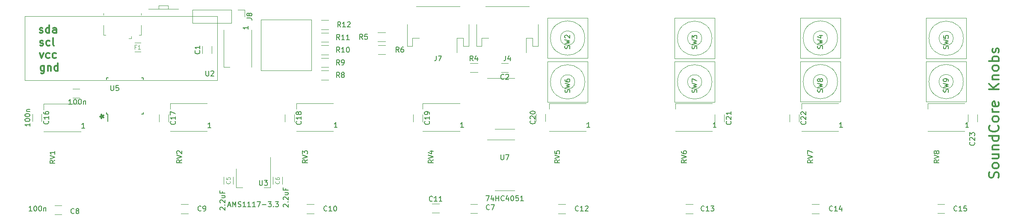
<source format=gbr>
%TF.GenerationSoftware,KiCad,Pcbnew,(5.1.9-0-10_14)*%
%TF.CreationDate,2021-11-27T16:04:38+01:00*%
%TF.ProjectId,SoundCore Knobs,536f756e-6443-46f7-9265-204b6e6f6273,rev?*%
%TF.SameCoordinates,Original*%
%TF.FileFunction,Legend,Top*%
%TF.FilePolarity,Positive*%
%FSLAX46Y46*%
G04 Gerber Fmt 4.6, Leading zero omitted, Abs format (unit mm)*
G04 Created by KiCad (PCBNEW (5.1.9-0-10_14)) date 2021-11-27 16:04:38*
%MOMM*%
%LPD*%
G01*
G04 APERTURE LIST*
%ADD10C,0.300000*%
%ADD11C,0.120000*%
%ADD12C,0.150000*%
G04 APERTURE END LIST*
D10*
X267609523Y-89657142D02*
X267704761Y-89371428D01*
X267704761Y-88895238D01*
X267609523Y-88704761D01*
X267514285Y-88609523D01*
X267323809Y-88514285D01*
X267133333Y-88514285D01*
X266942857Y-88609523D01*
X266847619Y-88704761D01*
X266752380Y-88895238D01*
X266657142Y-89276190D01*
X266561904Y-89466666D01*
X266466666Y-89561904D01*
X266276190Y-89657142D01*
X266085714Y-89657142D01*
X265895238Y-89561904D01*
X265800000Y-89466666D01*
X265704761Y-89276190D01*
X265704761Y-88800000D01*
X265800000Y-88514285D01*
X267704761Y-87371428D02*
X267609523Y-87561904D01*
X267514285Y-87657142D01*
X267323809Y-87752380D01*
X266752380Y-87752380D01*
X266561904Y-87657142D01*
X266466666Y-87561904D01*
X266371428Y-87371428D01*
X266371428Y-87085714D01*
X266466666Y-86895238D01*
X266561904Y-86800000D01*
X266752380Y-86704761D01*
X267323809Y-86704761D01*
X267514285Y-86800000D01*
X267609523Y-86895238D01*
X267704761Y-87085714D01*
X267704761Y-87371428D01*
X266371428Y-84990476D02*
X267704761Y-84990476D01*
X266371428Y-85847619D02*
X267419047Y-85847619D01*
X267609523Y-85752380D01*
X267704761Y-85561904D01*
X267704761Y-85276190D01*
X267609523Y-85085714D01*
X267514285Y-84990476D01*
X266371428Y-84038095D02*
X267704761Y-84038095D01*
X266561904Y-84038095D02*
X266466666Y-83942857D01*
X266371428Y-83752380D01*
X266371428Y-83466666D01*
X266466666Y-83276190D01*
X266657142Y-83180952D01*
X267704761Y-83180952D01*
X267704761Y-81371428D02*
X265704761Y-81371428D01*
X267609523Y-81371428D02*
X267704761Y-81561904D01*
X267704761Y-81942857D01*
X267609523Y-82133333D01*
X267514285Y-82228571D01*
X267323809Y-82323809D01*
X266752380Y-82323809D01*
X266561904Y-82228571D01*
X266466666Y-82133333D01*
X266371428Y-81942857D01*
X266371428Y-81561904D01*
X266466666Y-81371428D01*
X267514285Y-79276190D02*
X267609523Y-79371428D01*
X267704761Y-79657142D01*
X267704761Y-79847619D01*
X267609523Y-80133333D01*
X267419047Y-80323809D01*
X267228571Y-80419047D01*
X266847619Y-80514285D01*
X266561904Y-80514285D01*
X266180952Y-80419047D01*
X265990476Y-80323809D01*
X265800000Y-80133333D01*
X265704761Y-79847619D01*
X265704761Y-79657142D01*
X265800000Y-79371428D01*
X265895238Y-79276190D01*
X267704761Y-78133333D02*
X267609523Y-78323809D01*
X267514285Y-78419047D01*
X267323809Y-78514285D01*
X266752380Y-78514285D01*
X266561904Y-78419047D01*
X266466666Y-78323809D01*
X266371428Y-78133333D01*
X266371428Y-77847619D01*
X266466666Y-77657142D01*
X266561904Y-77561904D01*
X266752380Y-77466666D01*
X267323809Y-77466666D01*
X267514285Y-77561904D01*
X267609523Y-77657142D01*
X267704761Y-77847619D01*
X267704761Y-78133333D01*
X267704761Y-76609523D02*
X266371428Y-76609523D01*
X266752380Y-76609523D02*
X266561904Y-76514285D01*
X266466666Y-76419047D01*
X266371428Y-76228571D01*
X266371428Y-76038095D01*
X267609523Y-74609523D02*
X267704761Y-74800000D01*
X267704761Y-75180952D01*
X267609523Y-75371428D01*
X267419047Y-75466666D01*
X266657142Y-75466666D01*
X266466666Y-75371428D01*
X266371428Y-75180952D01*
X266371428Y-74800000D01*
X266466666Y-74609523D01*
X266657142Y-74514285D01*
X266847619Y-74514285D01*
X267038095Y-75466666D01*
X267704761Y-72133333D02*
X265704761Y-72133333D01*
X267704761Y-70990476D02*
X266561904Y-71847619D01*
X265704761Y-70990476D02*
X266847619Y-72133333D01*
X266371428Y-70133333D02*
X267704761Y-70133333D01*
X266561904Y-70133333D02*
X266466666Y-70038095D01*
X266371428Y-69847619D01*
X266371428Y-69561904D01*
X266466666Y-69371428D01*
X266657142Y-69276190D01*
X267704761Y-69276190D01*
X267704761Y-68038095D02*
X267609523Y-68228571D01*
X267514285Y-68323809D01*
X267323809Y-68419047D01*
X266752380Y-68419047D01*
X266561904Y-68323809D01*
X266466666Y-68228571D01*
X266371428Y-68038095D01*
X266371428Y-67752380D01*
X266466666Y-67561904D01*
X266561904Y-67466666D01*
X266752380Y-67371428D01*
X267323809Y-67371428D01*
X267514285Y-67466666D01*
X267609523Y-67561904D01*
X267704761Y-67752380D01*
X267704761Y-68038095D01*
X267704761Y-66514285D02*
X265704761Y-66514285D01*
X266466666Y-66514285D02*
X266371428Y-66323809D01*
X266371428Y-65942857D01*
X266466666Y-65752380D01*
X266561904Y-65657142D01*
X266752380Y-65561904D01*
X267323809Y-65561904D01*
X267514285Y-65657142D01*
X267609523Y-65752380D01*
X267704761Y-65942857D01*
X267704761Y-66323809D01*
X267609523Y-66514285D01*
X267609523Y-64800000D02*
X267704761Y-64609523D01*
X267704761Y-64228571D01*
X267609523Y-64038095D01*
X267419047Y-63942857D01*
X267323809Y-63942857D01*
X267133333Y-64038095D01*
X267038095Y-64228571D01*
X267038095Y-64514285D01*
X266942857Y-64704761D01*
X266752380Y-64800000D01*
X266657142Y-64800000D01*
X266466666Y-64704761D01*
X266371428Y-64514285D01*
X266371428Y-64228571D01*
X266466666Y-64038095D01*
X77892857Y-63357142D02*
X78035714Y-63428571D01*
X78321428Y-63428571D01*
X78464285Y-63357142D01*
X78535714Y-63214285D01*
X78535714Y-63142857D01*
X78464285Y-63000000D01*
X78321428Y-62928571D01*
X78107142Y-62928571D01*
X77964285Y-62857142D01*
X77892857Y-62714285D01*
X77892857Y-62642857D01*
X77964285Y-62500000D01*
X78107142Y-62428571D01*
X78321428Y-62428571D01*
X78464285Y-62500000D01*
X79821428Y-63357142D02*
X79678571Y-63428571D01*
X79392857Y-63428571D01*
X79250000Y-63357142D01*
X79178571Y-63285714D01*
X79107142Y-63142857D01*
X79107142Y-62714285D01*
X79178571Y-62571428D01*
X79250000Y-62500000D01*
X79392857Y-62428571D01*
X79678571Y-62428571D01*
X79821428Y-62500000D01*
X80678571Y-63428571D02*
X80535714Y-63357142D01*
X80464285Y-63214285D01*
X80464285Y-61928571D01*
X77821428Y-60857142D02*
X77964285Y-60928571D01*
X78250000Y-60928571D01*
X78392857Y-60857142D01*
X78464285Y-60714285D01*
X78464285Y-60642857D01*
X78392857Y-60500000D01*
X78250000Y-60428571D01*
X78035714Y-60428571D01*
X77892857Y-60357142D01*
X77821428Y-60214285D01*
X77821428Y-60142857D01*
X77892857Y-60000000D01*
X78035714Y-59928571D01*
X78250000Y-59928571D01*
X78392857Y-60000000D01*
X79750000Y-60928571D02*
X79750000Y-59428571D01*
X79750000Y-60857142D02*
X79607142Y-60928571D01*
X79321428Y-60928571D01*
X79178571Y-60857142D01*
X79107142Y-60785714D01*
X79035714Y-60642857D01*
X79035714Y-60214285D01*
X79107142Y-60071428D01*
X79178571Y-60000000D01*
X79321428Y-59928571D01*
X79607142Y-59928571D01*
X79750000Y-60000000D01*
X81107142Y-60928571D02*
X81107142Y-60142857D01*
X81035714Y-60000000D01*
X80892857Y-59928571D01*
X80607142Y-59928571D01*
X80464285Y-60000000D01*
X81107142Y-60857142D02*
X80964285Y-60928571D01*
X80607142Y-60928571D01*
X80464285Y-60857142D01*
X80392857Y-60714285D01*
X80392857Y-60571428D01*
X80464285Y-60428571D01*
X80607142Y-60357142D01*
X80964285Y-60357142D01*
X81107142Y-60285714D01*
X78714285Y-67428571D02*
X78714285Y-68642857D01*
X78642857Y-68785714D01*
X78571428Y-68857142D01*
X78428571Y-68928571D01*
X78214285Y-68928571D01*
X78071428Y-68857142D01*
X78714285Y-68357142D02*
X78571428Y-68428571D01*
X78285714Y-68428571D01*
X78142857Y-68357142D01*
X78071428Y-68285714D01*
X78000000Y-68142857D01*
X78000000Y-67714285D01*
X78071428Y-67571428D01*
X78142857Y-67500000D01*
X78285714Y-67428571D01*
X78571428Y-67428571D01*
X78714285Y-67500000D01*
X79428571Y-67428571D02*
X79428571Y-68428571D01*
X79428571Y-67571428D02*
X79500000Y-67500000D01*
X79642857Y-67428571D01*
X79857142Y-67428571D01*
X80000000Y-67500000D01*
X80071428Y-67642857D01*
X80071428Y-68428571D01*
X81428571Y-68428571D02*
X81428571Y-66928571D01*
X81428571Y-68357142D02*
X81285714Y-68428571D01*
X81000000Y-68428571D01*
X80857142Y-68357142D01*
X80785714Y-68285714D01*
X80714285Y-68142857D01*
X80714285Y-67714285D01*
X80785714Y-67571428D01*
X80857142Y-67500000D01*
X81000000Y-67428571D01*
X81285714Y-67428571D01*
X81428571Y-67500000D01*
X77857142Y-64928571D02*
X78214285Y-65928571D01*
X78571428Y-64928571D01*
X79785714Y-65857142D02*
X79642857Y-65928571D01*
X79357142Y-65928571D01*
X79214285Y-65857142D01*
X79142857Y-65785714D01*
X79071428Y-65642857D01*
X79071428Y-65214285D01*
X79142857Y-65071428D01*
X79214285Y-65000000D01*
X79357142Y-64928571D01*
X79642857Y-64928571D01*
X79785714Y-65000000D01*
X81071428Y-65857142D02*
X80928571Y-65928571D01*
X80642857Y-65928571D01*
X80500000Y-65857142D01*
X80428571Y-65785714D01*
X80357142Y-65642857D01*
X80357142Y-65214285D01*
X80428571Y-65071428D01*
X80500000Y-65000000D01*
X80642857Y-64928571D01*
X80928571Y-64928571D01*
X81071428Y-65000000D01*
X89806571Y-77480000D02*
X90163714Y-77480000D01*
X90020857Y-77837142D02*
X90163714Y-77480000D01*
X90020857Y-77122857D01*
X90449428Y-77694285D02*
X90163714Y-77480000D01*
X90449428Y-77265714D01*
D11*
%TO.C,R4*%
X163052936Y-68738000D02*
X164507064Y-68738000D01*
X163052936Y-66918000D02*
X164507064Y-66918000D01*
%TO.C,U1*%
X169876000Y-69880000D02*
X166376000Y-69880000D01*
X169876000Y-69880000D02*
X171826000Y-69880000D01*
X169876000Y-80000000D02*
X167926000Y-80000000D01*
X169876000Y-80000000D02*
X171826000Y-80000000D01*
%TO.C,SW9*%
X260652368Y-70578000D02*
G75*
G03*
X260652368Y-70578000I-3400368J0D01*
G01*
X258666214Y-70578000D02*
G75*
G03*
X258666214Y-70578000I-1414214J0D01*
G01*
X261252000Y-66578000D02*
X261252000Y-74578000D01*
X261252000Y-74578000D02*
X253252000Y-74578000D01*
X253252000Y-74578000D02*
X253252000Y-66578000D01*
X253252000Y-66578000D02*
X261252000Y-66578000D01*
%TO.C,SW8*%
X235760368Y-70578000D02*
G75*
G03*
X235760368Y-70578000I-3400368J0D01*
G01*
X233774214Y-70578000D02*
G75*
G03*
X233774214Y-70578000I-1414214J0D01*
G01*
X236360000Y-66578000D02*
X236360000Y-74578000D01*
X236360000Y-74578000D02*
X228360000Y-74578000D01*
X228360000Y-74578000D02*
X228360000Y-66578000D01*
X228360000Y-66578000D02*
X236360000Y-66578000D01*
%TO.C,SW7*%
X210876368Y-70634000D02*
G75*
G03*
X210876368Y-70634000I-3400368J0D01*
G01*
X208890214Y-70634000D02*
G75*
G03*
X208890214Y-70634000I-1414214J0D01*
G01*
X211476000Y-66634000D02*
X211476000Y-74634000D01*
X211476000Y-74634000D02*
X203476000Y-74634000D01*
X203476000Y-74634000D02*
X203476000Y-66634000D01*
X203476000Y-66634000D02*
X211476000Y-66634000D01*
%TO.C,SW6*%
X185730368Y-70634000D02*
G75*
G03*
X185730368Y-70634000I-3400368J0D01*
G01*
X183744214Y-70634000D02*
G75*
G03*
X183744214Y-70634000I-1414214J0D01*
G01*
X186330000Y-66634000D02*
X186330000Y-74634000D01*
X186330000Y-74634000D02*
X178330000Y-74634000D01*
X178330000Y-74634000D02*
X178330000Y-66634000D01*
X178330000Y-66634000D02*
X186330000Y-66634000D01*
%TO.C,SW5*%
X260660368Y-61998000D02*
G75*
G03*
X260660368Y-61998000I-3400368J0D01*
G01*
X258674214Y-61998000D02*
G75*
G03*
X258674214Y-61998000I-1414214J0D01*
G01*
X261260000Y-57998000D02*
X261260000Y-65998000D01*
X261260000Y-65998000D02*
X253260000Y-65998000D01*
X253260000Y-65998000D02*
X253260000Y-57998000D01*
X253260000Y-57998000D02*
X261260000Y-57998000D01*
%TO.C,SW4*%
X235760368Y-61942000D02*
G75*
G03*
X235760368Y-61942000I-3400368J0D01*
G01*
X233774214Y-61942000D02*
G75*
G03*
X233774214Y-61942000I-1414214J0D01*
G01*
X236360000Y-57942000D02*
X236360000Y-65942000D01*
X236360000Y-65942000D02*
X228360000Y-65942000D01*
X228360000Y-65942000D02*
X228360000Y-57942000D01*
X228360000Y-57942000D02*
X236360000Y-57942000D01*
%TO.C,SW3*%
X210876368Y-61998000D02*
G75*
G03*
X210876368Y-61998000I-3400368J0D01*
G01*
X208890214Y-61998000D02*
G75*
G03*
X208890214Y-61998000I-1414214J0D01*
G01*
X211476000Y-57998000D02*
X211476000Y-65998000D01*
X211476000Y-65998000D02*
X203476000Y-65998000D01*
X203476000Y-65998000D02*
X203476000Y-57998000D01*
X203476000Y-57998000D02*
X211476000Y-57998000D01*
%TO.C,SW2*%
X185722368Y-61942000D02*
G75*
G03*
X185722368Y-61942000I-3400368J0D01*
G01*
X183736214Y-61942000D02*
G75*
G03*
X183736214Y-61942000I-1414214J0D01*
G01*
X186322000Y-57942000D02*
X186322000Y-65942000D01*
X186322000Y-65942000D02*
X178322000Y-65942000D01*
X178322000Y-65942000D02*
X178322000Y-57942000D01*
X178322000Y-57942000D02*
X186322000Y-57942000D01*
%TO.C,C2*%
X170587252Y-66918000D02*
X169164748Y-66918000D01*
X170587252Y-68738000D02*
X169164748Y-68738000D01*
%TO.C,C1*%
X111858000Y-64983252D02*
X111858000Y-63560748D01*
X110038000Y-64983252D02*
X110038000Y-63560748D01*
%TO.C,J4*%
X174724000Y-55698000D02*
X166044000Y-55698000D01*
X165344000Y-61918000D02*
X166624000Y-61918000D01*
X165344000Y-63518000D02*
X165344000Y-61918000D01*
X164324000Y-63518000D02*
X165344000Y-63518000D01*
X164324000Y-59268000D02*
X164324000Y-63518000D01*
X174144000Y-61918000D02*
X174144000Y-64808000D01*
X175424000Y-61918000D02*
X174144000Y-61918000D01*
X175424000Y-63518000D02*
X175424000Y-61918000D01*
X176444000Y-63518000D02*
X175424000Y-63518000D01*
X176444000Y-59268000D02*
X176444000Y-63518000D01*
%TO.C,J8*%
X118374000Y-56338000D02*
X118374000Y-57668000D01*
X117044000Y-56338000D02*
X118374000Y-56338000D01*
X115774000Y-56338000D02*
X115774000Y-58998000D01*
X115774000Y-58998000D02*
X108094000Y-58998000D01*
X115774000Y-56338000D02*
X108094000Y-56338000D01*
X108094000Y-56338000D02*
X108094000Y-58998000D01*
%TO.C,U10*%
X121624000Y-58336000D02*
X121624000Y-68336000D01*
X131624000Y-58336000D02*
X121624000Y-58336000D01*
X131624000Y-68336000D02*
X131624000Y-58336000D01*
X121624000Y-68336000D02*
X131624000Y-68336000D01*
%TO.C,R12*%
X133572936Y-60210000D02*
X135027064Y-60210000D01*
X133572936Y-58390000D02*
X135027064Y-58390000D01*
%TO.C,R11*%
X135027064Y-60890000D02*
X133572936Y-60890000D01*
X135027064Y-62710000D02*
X133572936Y-62710000D01*
%TO.C,R10*%
X135027064Y-63390000D02*
X133572936Y-63390000D01*
X135027064Y-65210000D02*
X133572936Y-65210000D01*
%TO.C,R9*%
X135027064Y-65890000D02*
X133572936Y-65890000D01*
X135027064Y-67710000D02*
X133572936Y-67710000D01*
%TO.C,R8*%
X135027064Y-68390000D02*
X133572936Y-68390000D01*
X135027064Y-70210000D02*
X133572936Y-70210000D01*
%TO.C,SW1*%
X99312000Y-56168000D02*
X105312000Y-56168000D01*
X103262000Y-55468000D02*
X103262000Y-56118000D01*
X101362000Y-55468000D02*
X103262000Y-55468000D01*
X101362000Y-56118000D02*
X101362000Y-55468000D01*
%TO.C,J7*%
X161008000Y-55698000D02*
X152328000Y-55698000D01*
X151628000Y-61918000D02*
X152908000Y-61918000D01*
X151628000Y-63518000D02*
X151628000Y-61918000D01*
X150608000Y-63518000D02*
X151628000Y-63518000D01*
X150608000Y-59268000D02*
X150608000Y-63518000D01*
X160428000Y-61918000D02*
X160428000Y-64808000D01*
X161708000Y-61918000D02*
X160428000Y-61918000D01*
X161708000Y-63518000D02*
X161708000Y-61918000D01*
X162728000Y-63518000D02*
X161708000Y-63518000D01*
X162728000Y-59268000D02*
X162728000Y-63518000D01*
%TO.C,J3*%
X90424000Y-59380000D02*
X90424000Y-61360000D01*
X90424000Y-61360000D02*
X90844000Y-61360000D01*
X90424000Y-57410000D02*
X90424000Y-57010000D01*
X97944000Y-57010000D02*
X97944000Y-57410000D01*
X97944000Y-59380000D02*
X97944000Y-61360000D01*
X97944000Y-61360000D02*
X97524000Y-61360000D01*
X95494000Y-62040000D02*
X95944000Y-62040000D01*
X95944000Y-61590000D02*
X95944000Y-62040000D01*
%TO.C,R6*%
X146281064Y-63362000D02*
X144826936Y-63362000D01*
X146281064Y-65182000D02*
X144826936Y-65182000D01*
%TO.C,R5*%
X146219064Y-60822000D02*
X144764936Y-60822000D01*
X146219064Y-62642000D02*
X144764936Y-62642000D01*
%TO.C,U3*%
X123502000Y-85572000D02*
X123502000Y-91582000D01*
X116682000Y-87822000D02*
X116682000Y-91582000D01*
X123502000Y-91582000D02*
X122242000Y-91582000D01*
X116682000Y-91582000D02*
X117942000Y-91582000D01*
%TO.C,U2*%
X74860000Y-70350000D02*
X74860000Y-57650000D01*
X112960000Y-70350000D02*
X74860000Y-70350000D01*
X112960000Y-57650000D02*
X112960000Y-70350000D01*
X74860000Y-57650000D02*
X112960000Y-57650000D01*
X74860000Y-70350000D02*
X74860000Y-57650000D01*
X112960000Y-70350000D02*
X74860000Y-70350000D01*
X112960000Y-57650000D02*
X112960000Y-70350000D01*
X74860000Y-57650000D02*
X112960000Y-57650000D01*
%TO.C,C23*%
X261590000Y-77088748D02*
X261590000Y-78511252D01*
X263410000Y-77088748D02*
X263410000Y-78511252D01*
%TO.C,C22*%
X226290000Y-77088748D02*
X226290000Y-78511252D01*
X228110000Y-77088748D02*
X228110000Y-78511252D01*
%TO.C,C21*%
X211490000Y-77088748D02*
X211490000Y-78511252D01*
X213310000Y-77088748D02*
X213310000Y-78511252D01*
%TO.C,C20*%
X176090000Y-76988748D02*
X176090000Y-78411252D01*
X177910000Y-76988748D02*
X177910000Y-78411252D01*
%TO.C,C19*%
X151790000Y-77088748D02*
X151790000Y-78511252D01*
X153610000Y-77088748D02*
X153610000Y-78511252D01*
%TO.C,C18*%
X126390000Y-77088748D02*
X126390000Y-78511252D01*
X128210000Y-77088748D02*
X128210000Y-78511252D01*
%TO.C,C17*%
X101490000Y-77088748D02*
X101490000Y-78511252D01*
X103310000Y-77088748D02*
X103310000Y-78511252D01*
%TO.C,C16*%
X76390000Y-77013748D02*
X76390000Y-78436252D01*
X78210000Y-77013748D02*
X78210000Y-78436252D01*
%TO.C,C15*%
X255524748Y-96678000D02*
X256947252Y-96678000D01*
X255524748Y-94858000D02*
X256947252Y-94858000D01*
%TO.C,C14*%
X230688748Y-96710000D02*
X232111252Y-96710000D01*
X230688748Y-94890000D02*
X232111252Y-94890000D01*
%TO.C,C13*%
X205688748Y-96710000D02*
X207111252Y-96710000D01*
X205688748Y-94890000D02*
X207111252Y-94890000D01*
%TO.C,C12*%
X180488748Y-96710000D02*
X181911252Y-96710000D01*
X180488748Y-94890000D02*
X181911252Y-94890000D01*
%TO.C,C11*%
X155488748Y-96610000D02*
X156911252Y-96610000D01*
X155488748Y-94790000D02*
X156911252Y-94790000D01*
%TO.C,C10*%
X130688748Y-96710000D02*
X132111252Y-96710000D01*
X130688748Y-94890000D02*
X132111252Y-94890000D01*
%TO.C,C9*%
X105788748Y-96710000D02*
X107211252Y-96710000D01*
X105788748Y-94890000D02*
X107211252Y-94890000D01*
%TO.C,C8*%
X80772748Y-96910000D02*
X82195252Y-96910000D01*
X80772748Y-95090000D02*
X82195252Y-95090000D01*
%TO.C,C7*%
X164491252Y-94858000D02*
X163068748Y-94858000D01*
X164491252Y-96678000D02*
X163068748Y-96678000D01*
%TO.C,U7*%
X169876000Y-82072000D02*
X166376000Y-82072000D01*
X169876000Y-82072000D02*
X171826000Y-82072000D01*
X169876000Y-92192000D02*
X167926000Y-92192000D01*
X169876000Y-92192000D02*
X171826000Y-92192000D01*
%TO.C,D11*%
X253602000Y-74857000D02*
X253602000Y-76007000D01*
X260902000Y-74857000D02*
X253602000Y-74857000D01*
X260902000Y-80357000D02*
X253602000Y-80357000D01*
%TO.C,D10*%
X228650000Y-74857000D02*
X228650000Y-76007000D01*
X235950000Y-74857000D02*
X228650000Y-74857000D01*
X235950000Y-80357000D02*
X228650000Y-80357000D01*
%TO.C,D9*%
X203650000Y-74857000D02*
X203650000Y-76007000D01*
X210950000Y-74857000D02*
X203650000Y-74857000D01*
X210950000Y-80357000D02*
X203650000Y-80357000D01*
%TO.C,D8*%
X178650000Y-74857000D02*
X178650000Y-76007000D01*
X185950000Y-74857000D02*
X178650000Y-74857000D01*
X185950000Y-80357000D02*
X178650000Y-80357000D01*
%TO.C,D7*%
X153650000Y-74857000D02*
X153650000Y-76007000D01*
X160950000Y-74857000D02*
X153650000Y-74857000D01*
X160950000Y-80357000D02*
X153650000Y-80357000D01*
%TO.C,D6*%
X128634000Y-74857000D02*
X128634000Y-76007000D01*
X135934000Y-74857000D02*
X128634000Y-74857000D01*
X135934000Y-80357000D02*
X128634000Y-80357000D01*
%TO.C,D5*%
X103640400Y-74882400D02*
X103640400Y-76032400D01*
X110940400Y-74882400D02*
X103640400Y-74882400D01*
X110940400Y-80382400D02*
X103640400Y-80382400D01*
%TO.C,D4*%
X78646800Y-74984000D02*
X78646800Y-76134000D01*
X85946800Y-74984000D02*
X78646800Y-74984000D01*
X85946800Y-80484000D02*
X78646800Y-80484000D01*
D12*
%TO.C,U5*%
X91292000Y-77041000D02*
X91292000Y-78466000D01*
X91067000Y-69791000D02*
X91067000Y-70116000D01*
X98317000Y-69791000D02*
X98317000Y-70116000D01*
X98317000Y-77041000D02*
X98317000Y-76716000D01*
X91067000Y-77041000D02*
X91067000Y-76716000D01*
X98317000Y-77041000D02*
X97992000Y-77041000D01*
X98317000Y-69791000D02*
X97992000Y-69791000D01*
X91067000Y-69791000D02*
X91392000Y-69791000D01*
X91067000Y-77041000D02*
X91292000Y-77041000D01*
D11*
%TO.C,F1*%
X97834064Y-62854000D02*
X96629936Y-62854000D01*
X97834064Y-64674000D02*
X96629936Y-64674000D01*
%TO.C,D3*%
X114294000Y-67668000D02*
X115444000Y-67668000D01*
X114294000Y-60368000D02*
X114294000Y-67668000D01*
X119794000Y-60368000D02*
X119794000Y-67668000D01*
%TO.C,C6*%
X125828000Y-90891252D02*
X125828000Y-89468748D01*
X124008000Y-90891252D02*
X124008000Y-89468748D01*
%TO.C,C5*%
X114254400Y-89468748D02*
X114254400Y-90891252D01*
X116074400Y-89468748D02*
X116074400Y-90891252D01*
%TO.C,C3*%
X85751252Y-71998000D02*
X84328748Y-71998000D01*
X85751252Y-73818000D02*
X84328748Y-73818000D01*
%TO.C,R4*%
D12*
X163613333Y-66460380D02*
X163280000Y-65984190D01*
X163041904Y-66460380D02*
X163041904Y-65460380D01*
X163422857Y-65460380D01*
X163518095Y-65508000D01*
X163565714Y-65555619D01*
X163613333Y-65650857D01*
X163613333Y-65793714D01*
X163565714Y-65888952D01*
X163518095Y-65936571D01*
X163422857Y-65984190D01*
X163041904Y-65984190D01*
X164470476Y-65793714D02*
X164470476Y-66460380D01*
X164232380Y-65412761D02*
X163994285Y-66127047D01*
X164613333Y-66127047D01*
%TO.C,SW9*%
X257656761Y-72661333D02*
X257704380Y-72518476D01*
X257704380Y-72280380D01*
X257656761Y-72185142D01*
X257609142Y-72137523D01*
X257513904Y-72089904D01*
X257418666Y-72089904D01*
X257323428Y-72137523D01*
X257275809Y-72185142D01*
X257228190Y-72280380D01*
X257180571Y-72470857D01*
X257132952Y-72566095D01*
X257085333Y-72613714D01*
X256990095Y-72661333D01*
X256894857Y-72661333D01*
X256799619Y-72613714D01*
X256752000Y-72566095D01*
X256704380Y-72470857D01*
X256704380Y-72232761D01*
X256752000Y-72089904D01*
X256704380Y-71756571D02*
X257704380Y-71518476D01*
X256990095Y-71328000D01*
X257704380Y-71137523D01*
X256704380Y-70899428D01*
X257704380Y-70470857D02*
X257704380Y-70280380D01*
X257656761Y-70185142D01*
X257609142Y-70137523D01*
X257466285Y-70042285D01*
X257275809Y-69994666D01*
X256894857Y-69994666D01*
X256799619Y-70042285D01*
X256752000Y-70089904D01*
X256704380Y-70185142D01*
X256704380Y-70375619D01*
X256752000Y-70470857D01*
X256799619Y-70518476D01*
X256894857Y-70566095D01*
X257132952Y-70566095D01*
X257228190Y-70518476D01*
X257275809Y-70470857D01*
X257323428Y-70375619D01*
X257323428Y-70185142D01*
X257275809Y-70089904D01*
X257228190Y-70042285D01*
X257132952Y-69994666D01*
%TO.C,SW8*%
X232764761Y-72661333D02*
X232812380Y-72518476D01*
X232812380Y-72280380D01*
X232764761Y-72185142D01*
X232717142Y-72137523D01*
X232621904Y-72089904D01*
X232526666Y-72089904D01*
X232431428Y-72137523D01*
X232383809Y-72185142D01*
X232336190Y-72280380D01*
X232288571Y-72470857D01*
X232240952Y-72566095D01*
X232193333Y-72613714D01*
X232098095Y-72661333D01*
X232002857Y-72661333D01*
X231907619Y-72613714D01*
X231860000Y-72566095D01*
X231812380Y-72470857D01*
X231812380Y-72232761D01*
X231860000Y-72089904D01*
X231812380Y-71756571D02*
X232812380Y-71518476D01*
X232098095Y-71328000D01*
X232812380Y-71137523D01*
X231812380Y-70899428D01*
X232240952Y-70375619D02*
X232193333Y-70470857D01*
X232145714Y-70518476D01*
X232050476Y-70566095D01*
X232002857Y-70566095D01*
X231907619Y-70518476D01*
X231860000Y-70470857D01*
X231812380Y-70375619D01*
X231812380Y-70185142D01*
X231860000Y-70089904D01*
X231907619Y-70042285D01*
X232002857Y-69994666D01*
X232050476Y-69994666D01*
X232145714Y-70042285D01*
X232193333Y-70089904D01*
X232240952Y-70185142D01*
X232240952Y-70375619D01*
X232288571Y-70470857D01*
X232336190Y-70518476D01*
X232431428Y-70566095D01*
X232621904Y-70566095D01*
X232717142Y-70518476D01*
X232764761Y-70470857D01*
X232812380Y-70375619D01*
X232812380Y-70185142D01*
X232764761Y-70089904D01*
X232717142Y-70042285D01*
X232621904Y-69994666D01*
X232431428Y-69994666D01*
X232336190Y-70042285D01*
X232288571Y-70089904D01*
X232240952Y-70185142D01*
%TO.C,SW7*%
X207880761Y-72717333D02*
X207928380Y-72574476D01*
X207928380Y-72336380D01*
X207880761Y-72241142D01*
X207833142Y-72193523D01*
X207737904Y-72145904D01*
X207642666Y-72145904D01*
X207547428Y-72193523D01*
X207499809Y-72241142D01*
X207452190Y-72336380D01*
X207404571Y-72526857D01*
X207356952Y-72622095D01*
X207309333Y-72669714D01*
X207214095Y-72717333D01*
X207118857Y-72717333D01*
X207023619Y-72669714D01*
X206976000Y-72622095D01*
X206928380Y-72526857D01*
X206928380Y-72288761D01*
X206976000Y-72145904D01*
X206928380Y-71812571D02*
X207928380Y-71574476D01*
X207214095Y-71384000D01*
X207928380Y-71193523D01*
X206928380Y-70955428D01*
X206928380Y-70669714D02*
X206928380Y-70003047D01*
X207928380Y-70431619D01*
%TO.C,SW6*%
X182734761Y-72717333D02*
X182782380Y-72574476D01*
X182782380Y-72336380D01*
X182734761Y-72241142D01*
X182687142Y-72193523D01*
X182591904Y-72145904D01*
X182496666Y-72145904D01*
X182401428Y-72193523D01*
X182353809Y-72241142D01*
X182306190Y-72336380D01*
X182258571Y-72526857D01*
X182210952Y-72622095D01*
X182163333Y-72669714D01*
X182068095Y-72717333D01*
X181972857Y-72717333D01*
X181877619Y-72669714D01*
X181830000Y-72622095D01*
X181782380Y-72526857D01*
X181782380Y-72288761D01*
X181830000Y-72145904D01*
X181782380Y-71812571D02*
X182782380Y-71574476D01*
X182068095Y-71384000D01*
X182782380Y-71193523D01*
X181782380Y-70955428D01*
X181782380Y-70145904D02*
X181782380Y-70336380D01*
X181830000Y-70431619D01*
X181877619Y-70479238D01*
X182020476Y-70574476D01*
X182210952Y-70622095D01*
X182591904Y-70622095D01*
X182687142Y-70574476D01*
X182734761Y-70526857D01*
X182782380Y-70431619D01*
X182782380Y-70241142D01*
X182734761Y-70145904D01*
X182687142Y-70098285D01*
X182591904Y-70050666D01*
X182353809Y-70050666D01*
X182258571Y-70098285D01*
X182210952Y-70145904D01*
X182163333Y-70241142D01*
X182163333Y-70431619D01*
X182210952Y-70526857D01*
X182258571Y-70574476D01*
X182353809Y-70622095D01*
%TO.C,SW5*%
X257664761Y-64081333D02*
X257712380Y-63938476D01*
X257712380Y-63700380D01*
X257664761Y-63605142D01*
X257617142Y-63557523D01*
X257521904Y-63509904D01*
X257426666Y-63509904D01*
X257331428Y-63557523D01*
X257283809Y-63605142D01*
X257236190Y-63700380D01*
X257188571Y-63890857D01*
X257140952Y-63986095D01*
X257093333Y-64033714D01*
X256998095Y-64081333D01*
X256902857Y-64081333D01*
X256807619Y-64033714D01*
X256760000Y-63986095D01*
X256712380Y-63890857D01*
X256712380Y-63652761D01*
X256760000Y-63509904D01*
X256712380Y-63176571D02*
X257712380Y-62938476D01*
X256998095Y-62748000D01*
X257712380Y-62557523D01*
X256712380Y-62319428D01*
X256712380Y-61462285D02*
X256712380Y-61938476D01*
X257188571Y-61986095D01*
X257140952Y-61938476D01*
X257093333Y-61843238D01*
X257093333Y-61605142D01*
X257140952Y-61509904D01*
X257188571Y-61462285D01*
X257283809Y-61414666D01*
X257521904Y-61414666D01*
X257617142Y-61462285D01*
X257664761Y-61509904D01*
X257712380Y-61605142D01*
X257712380Y-61843238D01*
X257664761Y-61938476D01*
X257617142Y-61986095D01*
%TO.C,SW4*%
X232764761Y-64025333D02*
X232812380Y-63882476D01*
X232812380Y-63644380D01*
X232764761Y-63549142D01*
X232717142Y-63501523D01*
X232621904Y-63453904D01*
X232526666Y-63453904D01*
X232431428Y-63501523D01*
X232383809Y-63549142D01*
X232336190Y-63644380D01*
X232288571Y-63834857D01*
X232240952Y-63930095D01*
X232193333Y-63977714D01*
X232098095Y-64025333D01*
X232002857Y-64025333D01*
X231907619Y-63977714D01*
X231860000Y-63930095D01*
X231812380Y-63834857D01*
X231812380Y-63596761D01*
X231860000Y-63453904D01*
X231812380Y-63120571D02*
X232812380Y-62882476D01*
X232098095Y-62692000D01*
X232812380Y-62501523D01*
X231812380Y-62263428D01*
X232145714Y-61453904D02*
X232812380Y-61453904D01*
X231764761Y-61692000D02*
X232479047Y-61930095D01*
X232479047Y-61311047D01*
%TO.C,SW3*%
X207880761Y-64081333D02*
X207928380Y-63938476D01*
X207928380Y-63700380D01*
X207880761Y-63605142D01*
X207833142Y-63557523D01*
X207737904Y-63509904D01*
X207642666Y-63509904D01*
X207547428Y-63557523D01*
X207499809Y-63605142D01*
X207452190Y-63700380D01*
X207404571Y-63890857D01*
X207356952Y-63986095D01*
X207309333Y-64033714D01*
X207214095Y-64081333D01*
X207118857Y-64081333D01*
X207023619Y-64033714D01*
X206976000Y-63986095D01*
X206928380Y-63890857D01*
X206928380Y-63652761D01*
X206976000Y-63509904D01*
X206928380Y-63176571D02*
X207928380Y-62938476D01*
X207214095Y-62748000D01*
X207928380Y-62557523D01*
X206928380Y-62319428D01*
X206928380Y-62033714D02*
X206928380Y-61414666D01*
X207309333Y-61748000D01*
X207309333Y-61605142D01*
X207356952Y-61509904D01*
X207404571Y-61462285D01*
X207499809Y-61414666D01*
X207737904Y-61414666D01*
X207833142Y-61462285D01*
X207880761Y-61509904D01*
X207928380Y-61605142D01*
X207928380Y-61890857D01*
X207880761Y-61986095D01*
X207833142Y-62033714D01*
%TO.C,SW2*%
X182726761Y-64025333D02*
X182774380Y-63882476D01*
X182774380Y-63644380D01*
X182726761Y-63549142D01*
X182679142Y-63501523D01*
X182583904Y-63453904D01*
X182488666Y-63453904D01*
X182393428Y-63501523D01*
X182345809Y-63549142D01*
X182298190Y-63644380D01*
X182250571Y-63834857D01*
X182202952Y-63930095D01*
X182155333Y-63977714D01*
X182060095Y-64025333D01*
X181964857Y-64025333D01*
X181869619Y-63977714D01*
X181822000Y-63930095D01*
X181774380Y-63834857D01*
X181774380Y-63596761D01*
X181822000Y-63453904D01*
X181774380Y-63120571D02*
X182774380Y-62882476D01*
X182060095Y-62692000D01*
X182774380Y-62501523D01*
X181774380Y-62263428D01*
X181869619Y-61930095D02*
X181822000Y-61882476D01*
X181774380Y-61787238D01*
X181774380Y-61549142D01*
X181822000Y-61453904D01*
X181869619Y-61406285D01*
X181964857Y-61358666D01*
X182060095Y-61358666D01*
X182202952Y-61406285D01*
X182774380Y-61977714D01*
X182774380Y-61358666D01*
%TO.C,C2*%
X169709333Y-70035142D02*
X169661714Y-70082761D01*
X169518857Y-70130380D01*
X169423619Y-70130380D01*
X169280761Y-70082761D01*
X169185523Y-69987523D01*
X169137904Y-69892285D01*
X169090285Y-69701809D01*
X169090285Y-69558952D01*
X169137904Y-69368476D01*
X169185523Y-69273238D01*
X169280761Y-69178000D01*
X169423619Y-69130380D01*
X169518857Y-69130380D01*
X169661714Y-69178000D01*
X169709333Y-69225619D01*
X170090285Y-69225619D02*
X170137904Y-69178000D01*
X170233142Y-69130380D01*
X170471238Y-69130380D01*
X170566476Y-69178000D01*
X170614095Y-69225619D01*
X170661714Y-69320857D01*
X170661714Y-69416095D01*
X170614095Y-69558952D01*
X170042666Y-70130380D01*
X170661714Y-70130380D01*
%TO.C,C1*%
X109455142Y-64438666D02*
X109502761Y-64486285D01*
X109550380Y-64629142D01*
X109550380Y-64724380D01*
X109502761Y-64867238D01*
X109407523Y-64962476D01*
X109312285Y-65010095D01*
X109121809Y-65057714D01*
X108978952Y-65057714D01*
X108788476Y-65010095D01*
X108693238Y-64962476D01*
X108598000Y-64867238D01*
X108550380Y-64724380D01*
X108550380Y-64629142D01*
X108598000Y-64486285D01*
X108645619Y-64438666D01*
X109550380Y-63486285D02*
X109550380Y-64057714D01*
X109550380Y-63772000D02*
X108550380Y-63772000D01*
X108693238Y-63867238D01*
X108788476Y-63962476D01*
X108836095Y-64057714D01*
%TO.C,J4*%
X170050666Y-65460380D02*
X170050666Y-66174666D01*
X170003047Y-66317523D01*
X169907809Y-66412761D01*
X169764952Y-66460380D01*
X169669714Y-66460380D01*
X170955428Y-65793714D02*
X170955428Y-66460380D01*
X170717333Y-65412761D02*
X170479238Y-66127047D01*
X171098285Y-66127047D01*
%TO.C,J8*%
X118826380Y-58001333D02*
X119540666Y-58001333D01*
X119683523Y-58048952D01*
X119778761Y-58144190D01*
X119826380Y-58287047D01*
X119826380Y-58382285D01*
X119254952Y-57382285D02*
X119207333Y-57477523D01*
X119159714Y-57525142D01*
X119064476Y-57572761D01*
X119016857Y-57572761D01*
X118921619Y-57525142D01*
X118874000Y-57477523D01*
X118826380Y-57382285D01*
X118826380Y-57191809D01*
X118874000Y-57096571D01*
X118921619Y-57048952D01*
X119016857Y-57001333D01*
X119064476Y-57001333D01*
X119159714Y-57048952D01*
X119207333Y-57096571D01*
X119254952Y-57191809D01*
X119254952Y-57382285D01*
X119302571Y-57477523D01*
X119350190Y-57525142D01*
X119445428Y-57572761D01*
X119635904Y-57572761D01*
X119731142Y-57525142D01*
X119778761Y-57477523D01*
X119826380Y-57382285D01*
X119826380Y-57191809D01*
X119778761Y-57096571D01*
X119731142Y-57048952D01*
X119635904Y-57001333D01*
X119445428Y-57001333D01*
X119350190Y-57048952D01*
X119302571Y-57096571D01*
X119254952Y-57191809D01*
%TO.C,R12*%
X137407142Y-59752380D02*
X137073809Y-59276190D01*
X136835714Y-59752380D02*
X136835714Y-58752380D01*
X137216666Y-58752380D01*
X137311904Y-58800000D01*
X137359523Y-58847619D01*
X137407142Y-58942857D01*
X137407142Y-59085714D01*
X137359523Y-59180952D01*
X137311904Y-59228571D01*
X137216666Y-59276190D01*
X136835714Y-59276190D01*
X138359523Y-59752380D02*
X137788095Y-59752380D01*
X138073809Y-59752380D02*
X138073809Y-58752380D01*
X137978571Y-58895238D01*
X137883333Y-58990476D01*
X137788095Y-59038095D01*
X138740476Y-58847619D02*
X138788095Y-58800000D01*
X138883333Y-58752380D01*
X139121428Y-58752380D01*
X139216666Y-58800000D01*
X139264285Y-58847619D01*
X139311904Y-58942857D01*
X139311904Y-59038095D01*
X139264285Y-59180952D01*
X138692857Y-59752380D01*
X139311904Y-59752380D01*
%TO.C,R11*%
X137213142Y-62252380D02*
X136879809Y-61776190D01*
X136641714Y-62252380D02*
X136641714Y-61252380D01*
X137022666Y-61252380D01*
X137117904Y-61300000D01*
X137165523Y-61347619D01*
X137213142Y-61442857D01*
X137213142Y-61585714D01*
X137165523Y-61680952D01*
X137117904Y-61728571D01*
X137022666Y-61776190D01*
X136641714Y-61776190D01*
X138165523Y-62252380D02*
X137594095Y-62252380D01*
X137879809Y-62252380D02*
X137879809Y-61252380D01*
X137784571Y-61395238D01*
X137689333Y-61490476D01*
X137594095Y-61538095D01*
X139117904Y-62252380D02*
X138546476Y-62252380D01*
X138832190Y-62252380D02*
X138832190Y-61252380D01*
X138736952Y-61395238D01*
X138641714Y-61490476D01*
X138546476Y-61538095D01*
%TO.C,R10*%
X137213142Y-64752380D02*
X136879809Y-64276190D01*
X136641714Y-64752380D02*
X136641714Y-63752380D01*
X137022666Y-63752380D01*
X137117904Y-63800000D01*
X137165523Y-63847619D01*
X137213142Y-63942857D01*
X137213142Y-64085714D01*
X137165523Y-64180952D01*
X137117904Y-64228571D01*
X137022666Y-64276190D01*
X136641714Y-64276190D01*
X138165523Y-64752380D02*
X137594095Y-64752380D01*
X137879809Y-64752380D02*
X137879809Y-63752380D01*
X137784571Y-63895238D01*
X137689333Y-63990476D01*
X137594095Y-64038095D01*
X138784571Y-63752380D02*
X138879809Y-63752380D01*
X138975047Y-63800000D01*
X139022666Y-63847619D01*
X139070285Y-63942857D01*
X139117904Y-64133333D01*
X139117904Y-64371428D01*
X139070285Y-64561904D01*
X139022666Y-64657142D01*
X138975047Y-64704761D01*
X138879809Y-64752380D01*
X138784571Y-64752380D01*
X138689333Y-64704761D01*
X138641714Y-64657142D01*
X138594095Y-64561904D01*
X138546476Y-64371428D01*
X138546476Y-64133333D01*
X138594095Y-63942857D01*
X138641714Y-63847619D01*
X138689333Y-63800000D01*
X138784571Y-63752380D01*
%TO.C,R9*%
X137181333Y-67252380D02*
X136848000Y-66776190D01*
X136609904Y-67252380D02*
X136609904Y-66252380D01*
X136990857Y-66252380D01*
X137086095Y-66300000D01*
X137133714Y-66347619D01*
X137181333Y-66442857D01*
X137181333Y-66585714D01*
X137133714Y-66680952D01*
X137086095Y-66728571D01*
X136990857Y-66776190D01*
X136609904Y-66776190D01*
X137657523Y-67252380D02*
X137848000Y-67252380D01*
X137943238Y-67204761D01*
X137990857Y-67157142D01*
X138086095Y-67014285D01*
X138133714Y-66823809D01*
X138133714Y-66442857D01*
X138086095Y-66347619D01*
X138038476Y-66300000D01*
X137943238Y-66252380D01*
X137752761Y-66252380D01*
X137657523Y-66300000D01*
X137609904Y-66347619D01*
X137562285Y-66442857D01*
X137562285Y-66680952D01*
X137609904Y-66776190D01*
X137657523Y-66823809D01*
X137752761Y-66871428D01*
X137943238Y-66871428D01*
X138038476Y-66823809D01*
X138086095Y-66776190D01*
X138133714Y-66680952D01*
%TO.C,R8*%
X137181333Y-69752380D02*
X136848000Y-69276190D01*
X136609904Y-69752380D02*
X136609904Y-68752380D01*
X136990857Y-68752380D01*
X137086095Y-68800000D01*
X137133714Y-68847619D01*
X137181333Y-68942857D01*
X137181333Y-69085714D01*
X137133714Y-69180952D01*
X137086095Y-69228571D01*
X136990857Y-69276190D01*
X136609904Y-69276190D01*
X137752761Y-69180952D02*
X137657523Y-69133333D01*
X137609904Y-69085714D01*
X137562285Y-68990476D01*
X137562285Y-68942857D01*
X137609904Y-68847619D01*
X137657523Y-68800000D01*
X137752761Y-68752380D01*
X137943238Y-68752380D01*
X138038476Y-68800000D01*
X138086095Y-68847619D01*
X138133714Y-68942857D01*
X138133714Y-68990476D01*
X138086095Y-69085714D01*
X138038476Y-69133333D01*
X137943238Y-69180952D01*
X137752761Y-69180952D01*
X137657523Y-69228571D01*
X137609904Y-69276190D01*
X137562285Y-69371428D01*
X137562285Y-69561904D01*
X137609904Y-69657142D01*
X137657523Y-69704761D01*
X137752761Y-69752380D01*
X137943238Y-69752380D01*
X138038476Y-69704761D01*
X138086095Y-69657142D01*
X138133714Y-69561904D01*
X138133714Y-69371428D01*
X138086095Y-69276190D01*
X138038476Y-69228571D01*
X137943238Y-69180952D01*
%TO.C,J7*%
X156334666Y-65460380D02*
X156334666Y-66174666D01*
X156287047Y-66317523D01*
X156191809Y-66412761D01*
X156048952Y-66460380D01*
X155953714Y-66460380D01*
X156715619Y-65460380D02*
X157382285Y-65460380D01*
X156953714Y-66460380D01*
%TO.C,RV4*%
X155752380Y-86095238D02*
X155276190Y-86428571D01*
X155752380Y-86666666D02*
X154752380Y-86666666D01*
X154752380Y-86285714D01*
X154800000Y-86190476D01*
X154847619Y-86142857D01*
X154942857Y-86095238D01*
X155085714Y-86095238D01*
X155180952Y-86142857D01*
X155228571Y-86190476D01*
X155276190Y-86285714D01*
X155276190Y-86666666D01*
X154752380Y-85809523D02*
X155752380Y-85476190D01*
X154752380Y-85142857D01*
X155085714Y-84380952D02*
X155752380Y-84380952D01*
X154704761Y-84619047D02*
X155419047Y-84857142D01*
X155419047Y-84238095D01*
%TO.C,R6*%
X148943333Y-64724380D02*
X148610000Y-64248190D01*
X148371904Y-64724380D02*
X148371904Y-63724380D01*
X148752857Y-63724380D01*
X148848095Y-63772000D01*
X148895714Y-63819619D01*
X148943333Y-63914857D01*
X148943333Y-64057714D01*
X148895714Y-64152952D01*
X148848095Y-64200571D01*
X148752857Y-64248190D01*
X148371904Y-64248190D01*
X149800476Y-63724380D02*
X149610000Y-63724380D01*
X149514761Y-63772000D01*
X149467142Y-63819619D01*
X149371904Y-63962476D01*
X149324285Y-64152952D01*
X149324285Y-64533904D01*
X149371904Y-64629142D01*
X149419523Y-64676761D01*
X149514761Y-64724380D01*
X149705238Y-64724380D01*
X149800476Y-64676761D01*
X149848095Y-64629142D01*
X149895714Y-64533904D01*
X149895714Y-64295809D01*
X149848095Y-64200571D01*
X149800476Y-64152952D01*
X149705238Y-64105333D01*
X149514761Y-64105333D01*
X149419523Y-64152952D01*
X149371904Y-64200571D01*
X149324285Y-64295809D01*
%TO.C,R5*%
X141769333Y-62184380D02*
X141436000Y-61708190D01*
X141197904Y-62184380D02*
X141197904Y-61184380D01*
X141578857Y-61184380D01*
X141674095Y-61232000D01*
X141721714Y-61279619D01*
X141769333Y-61374857D01*
X141769333Y-61517714D01*
X141721714Y-61612952D01*
X141674095Y-61660571D01*
X141578857Y-61708190D01*
X141197904Y-61708190D01*
X142674095Y-61184380D02*
X142197904Y-61184380D01*
X142150285Y-61660571D01*
X142197904Y-61612952D01*
X142293142Y-61565333D01*
X142531238Y-61565333D01*
X142626476Y-61612952D01*
X142674095Y-61660571D01*
X142721714Y-61755809D01*
X142721714Y-61993904D01*
X142674095Y-62089142D01*
X142626476Y-62136761D01*
X142531238Y-62184380D01*
X142293142Y-62184380D01*
X142197904Y-62136761D01*
X142150285Y-62089142D01*
%TO.C,U3*%
X121330095Y-90124380D02*
X121330095Y-90933904D01*
X121377714Y-91029142D01*
X121425333Y-91076761D01*
X121520571Y-91124380D01*
X121711047Y-91124380D01*
X121806285Y-91076761D01*
X121853904Y-91029142D01*
X121901523Y-90933904D01*
X121901523Y-90124380D01*
X122282476Y-90124380D02*
X122901523Y-90124380D01*
X122568190Y-90505333D01*
X122711047Y-90505333D01*
X122806285Y-90552952D01*
X122853904Y-90600571D01*
X122901523Y-90695809D01*
X122901523Y-90933904D01*
X122853904Y-91029142D01*
X122806285Y-91076761D01*
X122711047Y-91124380D01*
X122425333Y-91124380D01*
X122330095Y-91076761D01*
X122282476Y-91029142D01*
X115092000Y-95088666D02*
X115568190Y-95088666D01*
X114996761Y-95374380D02*
X115330095Y-94374380D01*
X115663428Y-95374380D01*
X115996761Y-95374380D02*
X115996761Y-94374380D01*
X116330095Y-95088666D01*
X116663428Y-94374380D01*
X116663428Y-95374380D01*
X117092000Y-95326761D02*
X117234857Y-95374380D01*
X117472952Y-95374380D01*
X117568190Y-95326761D01*
X117615809Y-95279142D01*
X117663428Y-95183904D01*
X117663428Y-95088666D01*
X117615809Y-94993428D01*
X117568190Y-94945809D01*
X117472952Y-94898190D01*
X117282476Y-94850571D01*
X117187238Y-94802952D01*
X117139619Y-94755333D01*
X117092000Y-94660095D01*
X117092000Y-94564857D01*
X117139619Y-94469619D01*
X117187238Y-94422000D01*
X117282476Y-94374380D01*
X117520571Y-94374380D01*
X117663428Y-94422000D01*
X118615809Y-95374380D02*
X118044380Y-95374380D01*
X118330095Y-95374380D02*
X118330095Y-94374380D01*
X118234857Y-94517238D01*
X118139619Y-94612476D01*
X118044380Y-94660095D01*
X119568190Y-95374380D02*
X118996761Y-95374380D01*
X119282476Y-95374380D02*
X119282476Y-94374380D01*
X119187238Y-94517238D01*
X119092000Y-94612476D01*
X118996761Y-94660095D01*
X120520571Y-95374380D02*
X119949142Y-95374380D01*
X120234857Y-95374380D02*
X120234857Y-94374380D01*
X120139619Y-94517238D01*
X120044380Y-94612476D01*
X119949142Y-94660095D01*
X120853904Y-94374380D02*
X121520571Y-94374380D01*
X121092000Y-95374380D01*
X121901523Y-94993428D02*
X122663428Y-94993428D01*
X123044380Y-94374380D02*
X123663428Y-94374380D01*
X123330095Y-94755333D01*
X123472952Y-94755333D01*
X123568190Y-94802952D01*
X123615809Y-94850571D01*
X123663428Y-94945809D01*
X123663428Y-95183904D01*
X123615809Y-95279142D01*
X123568190Y-95326761D01*
X123472952Y-95374380D01*
X123187238Y-95374380D01*
X123092000Y-95326761D01*
X123044380Y-95279142D01*
X124092000Y-95279142D02*
X124139619Y-95326761D01*
X124092000Y-95374380D01*
X124044380Y-95326761D01*
X124092000Y-95279142D01*
X124092000Y-95374380D01*
X124472952Y-94374380D02*
X125092000Y-94374380D01*
X124758666Y-94755333D01*
X124901523Y-94755333D01*
X124996761Y-94802952D01*
X125044380Y-94850571D01*
X125092000Y-94945809D01*
X125092000Y-95183904D01*
X125044380Y-95279142D01*
X124996761Y-95326761D01*
X124901523Y-95374380D01*
X124615809Y-95374380D01*
X124520571Y-95326761D01*
X124472952Y-95279142D01*
%TO.C,U2*%
X110738095Y-68452380D02*
X110738095Y-69261904D01*
X110785714Y-69357142D01*
X110833333Y-69404761D01*
X110928571Y-69452380D01*
X111119047Y-69452380D01*
X111214285Y-69404761D01*
X111261904Y-69357142D01*
X111309523Y-69261904D01*
X111309523Y-68452380D01*
X111738095Y-68547619D02*
X111785714Y-68500000D01*
X111880952Y-68452380D01*
X112119047Y-68452380D01*
X112214285Y-68500000D01*
X112261904Y-68547619D01*
X112309523Y-68642857D01*
X112309523Y-68738095D01*
X112261904Y-68880952D01*
X111690476Y-69452380D01*
X112309523Y-69452380D01*
%TO.C,C23*%
X262807142Y-82592857D02*
X262854761Y-82640476D01*
X262902380Y-82783333D01*
X262902380Y-82878571D01*
X262854761Y-83021428D01*
X262759523Y-83116666D01*
X262664285Y-83164285D01*
X262473809Y-83211904D01*
X262330952Y-83211904D01*
X262140476Y-83164285D01*
X262045238Y-83116666D01*
X261950000Y-83021428D01*
X261902380Y-82878571D01*
X261902380Y-82783333D01*
X261950000Y-82640476D01*
X261997619Y-82592857D01*
X261997619Y-82211904D02*
X261950000Y-82164285D01*
X261902380Y-82069047D01*
X261902380Y-81830952D01*
X261950000Y-81735714D01*
X261997619Y-81688095D01*
X262092857Y-81640476D01*
X262188095Y-81640476D01*
X262330952Y-81688095D01*
X262902380Y-82259523D01*
X262902380Y-81640476D01*
X261902380Y-81307142D02*
X261902380Y-80688095D01*
X262283333Y-81021428D01*
X262283333Y-80878571D01*
X262330952Y-80783333D01*
X262378571Y-80735714D01*
X262473809Y-80688095D01*
X262711904Y-80688095D01*
X262807142Y-80735714D01*
X262854761Y-80783333D01*
X262902380Y-80878571D01*
X262902380Y-81164285D01*
X262854761Y-81259523D01*
X262807142Y-81307142D01*
%TO.C,C22*%
X229407142Y-78442857D02*
X229454761Y-78490476D01*
X229502380Y-78633333D01*
X229502380Y-78728571D01*
X229454761Y-78871428D01*
X229359523Y-78966666D01*
X229264285Y-79014285D01*
X229073809Y-79061904D01*
X228930952Y-79061904D01*
X228740476Y-79014285D01*
X228645238Y-78966666D01*
X228550000Y-78871428D01*
X228502380Y-78728571D01*
X228502380Y-78633333D01*
X228550000Y-78490476D01*
X228597619Y-78442857D01*
X228597619Y-78061904D02*
X228550000Y-78014285D01*
X228502380Y-77919047D01*
X228502380Y-77680952D01*
X228550000Y-77585714D01*
X228597619Y-77538095D01*
X228692857Y-77490476D01*
X228788095Y-77490476D01*
X228930952Y-77538095D01*
X229502380Y-78109523D01*
X229502380Y-77490476D01*
X228597619Y-77109523D02*
X228550000Y-77061904D01*
X228502380Y-76966666D01*
X228502380Y-76728571D01*
X228550000Y-76633333D01*
X228597619Y-76585714D01*
X228692857Y-76538095D01*
X228788095Y-76538095D01*
X228930952Y-76585714D01*
X229502380Y-77157142D01*
X229502380Y-76538095D01*
%TO.C,C21*%
X214607142Y-78442857D02*
X214654761Y-78490476D01*
X214702380Y-78633333D01*
X214702380Y-78728571D01*
X214654761Y-78871428D01*
X214559523Y-78966666D01*
X214464285Y-79014285D01*
X214273809Y-79061904D01*
X214130952Y-79061904D01*
X213940476Y-79014285D01*
X213845238Y-78966666D01*
X213750000Y-78871428D01*
X213702380Y-78728571D01*
X213702380Y-78633333D01*
X213750000Y-78490476D01*
X213797619Y-78442857D01*
X213797619Y-78061904D02*
X213750000Y-78014285D01*
X213702380Y-77919047D01*
X213702380Y-77680952D01*
X213750000Y-77585714D01*
X213797619Y-77538095D01*
X213892857Y-77490476D01*
X213988095Y-77490476D01*
X214130952Y-77538095D01*
X214702380Y-78109523D01*
X214702380Y-77490476D01*
X214702380Y-76538095D02*
X214702380Y-77109523D01*
X214702380Y-76823809D02*
X213702380Y-76823809D01*
X213845238Y-76919047D01*
X213940476Y-77014285D01*
X213988095Y-77109523D01*
%TO.C,C20*%
X175821142Y-78342857D02*
X175868761Y-78390476D01*
X175916380Y-78533333D01*
X175916380Y-78628571D01*
X175868761Y-78771428D01*
X175773523Y-78866666D01*
X175678285Y-78914285D01*
X175487809Y-78961904D01*
X175344952Y-78961904D01*
X175154476Y-78914285D01*
X175059238Y-78866666D01*
X174964000Y-78771428D01*
X174916380Y-78628571D01*
X174916380Y-78533333D01*
X174964000Y-78390476D01*
X175011619Y-78342857D01*
X175011619Y-77961904D02*
X174964000Y-77914285D01*
X174916380Y-77819047D01*
X174916380Y-77580952D01*
X174964000Y-77485714D01*
X175011619Y-77438095D01*
X175106857Y-77390476D01*
X175202095Y-77390476D01*
X175344952Y-77438095D01*
X175916380Y-78009523D01*
X175916380Y-77390476D01*
X174916380Y-76771428D02*
X174916380Y-76676190D01*
X174964000Y-76580952D01*
X175011619Y-76533333D01*
X175106857Y-76485714D01*
X175297333Y-76438095D01*
X175535428Y-76438095D01*
X175725904Y-76485714D01*
X175821142Y-76533333D01*
X175868761Y-76580952D01*
X175916380Y-76676190D01*
X175916380Y-76771428D01*
X175868761Y-76866666D01*
X175821142Y-76914285D01*
X175725904Y-76961904D01*
X175535428Y-77009523D01*
X175297333Y-77009523D01*
X175106857Y-76961904D01*
X175011619Y-76914285D01*
X174964000Y-76866666D01*
X174916380Y-76771428D01*
%TO.C,C19*%
X154907142Y-78442857D02*
X154954761Y-78490476D01*
X155002380Y-78633333D01*
X155002380Y-78728571D01*
X154954761Y-78871428D01*
X154859523Y-78966666D01*
X154764285Y-79014285D01*
X154573809Y-79061904D01*
X154430952Y-79061904D01*
X154240476Y-79014285D01*
X154145238Y-78966666D01*
X154050000Y-78871428D01*
X154002380Y-78728571D01*
X154002380Y-78633333D01*
X154050000Y-78490476D01*
X154097619Y-78442857D01*
X155002380Y-77490476D02*
X155002380Y-78061904D01*
X155002380Y-77776190D02*
X154002380Y-77776190D01*
X154145238Y-77871428D01*
X154240476Y-77966666D01*
X154288095Y-78061904D01*
X155002380Y-77014285D02*
X155002380Y-76823809D01*
X154954761Y-76728571D01*
X154907142Y-76680952D01*
X154764285Y-76585714D01*
X154573809Y-76538095D01*
X154192857Y-76538095D01*
X154097619Y-76585714D01*
X154050000Y-76633333D01*
X154002380Y-76728571D01*
X154002380Y-76919047D01*
X154050000Y-77014285D01*
X154097619Y-77061904D01*
X154192857Y-77109523D01*
X154430952Y-77109523D01*
X154526190Y-77061904D01*
X154573809Y-77014285D01*
X154621428Y-76919047D01*
X154621428Y-76728571D01*
X154573809Y-76633333D01*
X154526190Y-76585714D01*
X154430952Y-76538095D01*
%TO.C,C18*%
X129507142Y-78442857D02*
X129554761Y-78490476D01*
X129602380Y-78633333D01*
X129602380Y-78728571D01*
X129554761Y-78871428D01*
X129459523Y-78966666D01*
X129364285Y-79014285D01*
X129173809Y-79061904D01*
X129030952Y-79061904D01*
X128840476Y-79014285D01*
X128745238Y-78966666D01*
X128650000Y-78871428D01*
X128602380Y-78728571D01*
X128602380Y-78633333D01*
X128650000Y-78490476D01*
X128697619Y-78442857D01*
X129602380Y-77490476D02*
X129602380Y-78061904D01*
X129602380Y-77776190D02*
X128602380Y-77776190D01*
X128745238Y-77871428D01*
X128840476Y-77966666D01*
X128888095Y-78061904D01*
X129030952Y-76919047D02*
X128983333Y-77014285D01*
X128935714Y-77061904D01*
X128840476Y-77109523D01*
X128792857Y-77109523D01*
X128697619Y-77061904D01*
X128650000Y-77014285D01*
X128602380Y-76919047D01*
X128602380Y-76728571D01*
X128650000Y-76633333D01*
X128697619Y-76585714D01*
X128792857Y-76538095D01*
X128840476Y-76538095D01*
X128935714Y-76585714D01*
X128983333Y-76633333D01*
X129030952Y-76728571D01*
X129030952Y-76919047D01*
X129078571Y-77014285D01*
X129126190Y-77061904D01*
X129221428Y-77109523D01*
X129411904Y-77109523D01*
X129507142Y-77061904D01*
X129554761Y-77014285D01*
X129602380Y-76919047D01*
X129602380Y-76728571D01*
X129554761Y-76633333D01*
X129507142Y-76585714D01*
X129411904Y-76538095D01*
X129221428Y-76538095D01*
X129126190Y-76585714D01*
X129078571Y-76633333D01*
X129030952Y-76728571D01*
%TO.C,C17*%
X104607142Y-78442857D02*
X104654761Y-78490476D01*
X104702380Y-78633333D01*
X104702380Y-78728571D01*
X104654761Y-78871428D01*
X104559523Y-78966666D01*
X104464285Y-79014285D01*
X104273809Y-79061904D01*
X104130952Y-79061904D01*
X103940476Y-79014285D01*
X103845238Y-78966666D01*
X103750000Y-78871428D01*
X103702380Y-78728571D01*
X103702380Y-78633333D01*
X103750000Y-78490476D01*
X103797619Y-78442857D01*
X104702380Y-77490476D02*
X104702380Y-78061904D01*
X104702380Y-77776190D02*
X103702380Y-77776190D01*
X103845238Y-77871428D01*
X103940476Y-77966666D01*
X103988095Y-78061904D01*
X103702380Y-77157142D02*
X103702380Y-76490476D01*
X104702380Y-76919047D01*
%TO.C,C16*%
X79507142Y-78367857D02*
X79554761Y-78415476D01*
X79602380Y-78558333D01*
X79602380Y-78653571D01*
X79554761Y-78796428D01*
X79459523Y-78891666D01*
X79364285Y-78939285D01*
X79173809Y-78986904D01*
X79030952Y-78986904D01*
X78840476Y-78939285D01*
X78745238Y-78891666D01*
X78650000Y-78796428D01*
X78602380Y-78653571D01*
X78602380Y-78558333D01*
X78650000Y-78415476D01*
X78697619Y-78367857D01*
X79602380Y-77415476D02*
X79602380Y-77986904D01*
X79602380Y-77701190D02*
X78602380Y-77701190D01*
X78745238Y-77796428D01*
X78840476Y-77891666D01*
X78888095Y-77986904D01*
X78602380Y-76558333D02*
X78602380Y-76748809D01*
X78650000Y-76844047D01*
X78697619Y-76891666D01*
X78840476Y-76986904D01*
X79030952Y-77034523D01*
X79411904Y-77034523D01*
X79507142Y-76986904D01*
X79554761Y-76939285D01*
X79602380Y-76844047D01*
X79602380Y-76653571D01*
X79554761Y-76558333D01*
X79507142Y-76510714D01*
X79411904Y-76463095D01*
X79173809Y-76463095D01*
X79078571Y-76510714D01*
X79030952Y-76558333D01*
X78983333Y-76653571D01*
X78983333Y-76844047D01*
X79030952Y-76939285D01*
X79078571Y-76986904D01*
X79173809Y-77034523D01*
X75902380Y-78844047D02*
X75902380Y-79415476D01*
X75902380Y-79129761D02*
X74902380Y-79129761D01*
X75045238Y-79225000D01*
X75140476Y-79320238D01*
X75188095Y-79415476D01*
X74902380Y-78225000D02*
X74902380Y-78129761D01*
X74950000Y-78034523D01*
X74997619Y-77986904D01*
X75092857Y-77939285D01*
X75283333Y-77891666D01*
X75521428Y-77891666D01*
X75711904Y-77939285D01*
X75807142Y-77986904D01*
X75854761Y-78034523D01*
X75902380Y-78129761D01*
X75902380Y-78225000D01*
X75854761Y-78320238D01*
X75807142Y-78367857D01*
X75711904Y-78415476D01*
X75521428Y-78463095D01*
X75283333Y-78463095D01*
X75092857Y-78415476D01*
X74997619Y-78367857D01*
X74950000Y-78320238D01*
X74902380Y-78225000D01*
X74902380Y-77272619D02*
X74902380Y-77177380D01*
X74950000Y-77082142D01*
X74997619Y-77034523D01*
X75092857Y-76986904D01*
X75283333Y-76939285D01*
X75521428Y-76939285D01*
X75711904Y-76986904D01*
X75807142Y-77034523D01*
X75854761Y-77082142D01*
X75902380Y-77177380D01*
X75902380Y-77272619D01*
X75854761Y-77367857D01*
X75807142Y-77415476D01*
X75711904Y-77463095D01*
X75521428Y-77510714D01*
X75283333Y-77510714D01*
X75092857Y-77463095D01*
X74997619Y-77415476D01*
X74950000Y-77367857D01*
X74902380Y-77272619D01*
X75235714Y-76510714D02*
X75902380Y-76510714D01*
X75330952Y-76510714D02*
X75283333Y-76463095D01*
X75235714Y-76367857D01*
X75235714Y-76225000D01*
X75283333Y-76129761D01*
X75378571Y-76082142D01*
X75902380Y-76082142D01*
%TO.C,C15*%
X259409142Y-96125142D02*
X259361523Y-96172761D01*
X259218666Y-96220380D01*
X259123428Y-96220380D01*
X258980571Y-96172761D01*
X258885333Y-96077523D01*
X258837714Y-95982285D01*
X258790095Y-95791809D01*
X258790095Y-95648952D01*
X258837714Y-95458476D01*
X258885333Y-95363238D01*
X258980571Y-95268000D01*
X259123428Y-95220380D01*
X259218666Y-95220380D01*
X259361523Y-95268000D01*
X259409142Y-95315619D01*
X260361523Y-96220380D02*
X259790095Y-96220380D01*
X260075809Y-96220380D02*
X260075809Y-95220380D01*
X259980571Y-95363238D01*
X259885333Y-95458476D01*
X259790095Y-95506095D01*
X261266285Y-95220380D02*
X260790095Y-95220380D01*
X260742476Y-95696571D01*
X260790095Y-95648952D01*
X260885333Y-95601333D01*
X261123428Y-95601333D01*
X261218666Y-95648952D01*
X261266285Y-95696571D01*
X261313904Y-95791809D01*
X261313904Y-96029904D01*
X261266285Y-96125142D01*
X261218666Y-96172761D01*
X261123428Y-96220380D01*
X260885333Y-96220380D01*
X260790095Y-96172761D01*
X260742476Y-96125142D01*
%TO.C,C14*%
X234765142Y-96125142D02*
X234717523Y-96172761D01*
X234574666Y-96220380D01*
X234479428Y-96220380D01*
X234336571Y-96172761D01*
X234241333Y-96077523D01*
X234193714Y-95982285D01*
X234146095Y-95791809D01*
X234146095Y-95648952D01*
X234193714Y-95458476D01*
X234241333Y-95363238D01*
X234336571Y-95268000D01*
X234479428Y-95220380D01*
X234574666Y-95220380D01*
X234717523Y-95268000D01*
X234765142Y-95315619D01*
X235717523Y-96220380D02*
X235146095Y-96220380D01*
X235431809Y-96220380D02*
X235431809Y-95220380D01*
X235336571Y-95363238D01*
X235241333Y-95458476D01*
X235146095Y-95506095D01*
X236574666Y-95553714D02*
X236574666Y-96220380D01*
X236336571Y-95172761D02*
X236098476Y-95887047D01*
X236717523Y-95887047D01*
%TO.C,C13*%
X209365142Y-96125142D02*
X209317523Y-96172761D01*
X209174666Y-96220380D01*
X209079428Y-96220380D01*
X208936571Y-96172761D01*
X208841333Y-96077523D01*
X208793714Y-95982285D01*
X208746095Y-95791809D01*
X208746095Y-95648952D01*
X208793714Y-95458476D01*
X208841333Y-95363238D01*
X208936571Y-95268000D01*
X209079428Y-95220380D01*
X209174666Y-95220380D01*
X209317523Y-95268000D01*
X209365142Y-95315619D01*
X210317523Y-96220380D02*
X209746095Y-96220380D01*
X210031809Y-96220380D02*
X210031809Y-95220380D01*
X209936571Y-95363238D01*
X209841333Y-95458476D01*
X209746095Y-95506095D01*
X210650857Y-95220380D02*
X211269904Y-95220380D01*
X210936571Y-95601333D01*
X211079428Y-95601333D01*
X211174666Y-95648952D01*
X211222285Y-95696571D01*
X211269904Y-95791809D01*
X211269904Y-96029904D01*
X211222285Y-96125142D01*
X211174666Y-96172761D01*
X211079428Y-96220380D01*
X210793714Y-96220380D01*
X210698476Y-96172761D01*
X210650857Y-96125142D01*
%TO.C,C12*%
X184473142Y-96125142D02*
X184425523Y-96172761D01*
X184282666Y-96220380D01*
X184187428Y-96220380D01*
X184044571Y-96172761D01*
X183949333Y-96077523D01*
X183901714Y-95982285D01*
X183854095Y-95791809D01*
X183854095Y-95648952D01*
X183901714Y-95458476D01*
X183949333Y-95363238D01*
X184044571Y-95268000D01*
X184187428Y-95220380D01*
X184282666Y-95220380D01*
X184425523Y-95268000D01*
X184473142Y-95315619D01*
X185425523Y-96220380D02*
X184854095Y-96220380D01*
X185139809Y-96220380D02*
X185139809Y-95220380D01*
X185044571Y-95363238D01*
X184949333Y-95458476D01*
X184854095Y-95506095D01*
X185806476Y-95315619D02*
X185854095Y-95268000D01*
X185949333Y-95220380D01*
X186187428Y-95220380D01*
X186282666Y-95268000D01*
X186330285Y-95315619D01*
X186377904Y-95410857D01*
X186377904Y-95506095D01*
X186330285Y-95648952D01*
X185758857Y-96220380D01*
X186377904Y-96220380D01*
%TO.C,C11*%
X155557142Y-94207142D02*
X155509523Y-94254761D01*
X155366666Y-94302380D01*
X155271428Y-94302380D01*
X155128571Y-94254761D01*
X155033333Y-94159523D01*
X154985714Y-94064285D01*
X154938095Y-93873809D01*
X154938095Y-93730952D01*
X154985714Y-93540476D01*
X155033333Y-93445238D01*
X155128571Y-93350000D01*
X155271428Y-93302380D01*
X155366666Y-93302380D01*
X155509523Y-93350000D01*
X155557142Y-93397619D01*
X156509523Y-94302380D02*
X155938095Y-94302380D01*
X156223809Y-94302380D02*
X156223809Y-93302380D01*
X156128571Y-93445238D01*
X156033333Y-93540476D01*
X155938095Y-93588095D01*
X157461904Y-94302380D02*
X156890476Y-94302380D01*
X157176190Y-94302380D02*
X157176190Y-93302380D01*
X157080952Y-93445238D01*
X156985714Y-93540476D01*
X156890476Y-93588095D01*
%TO.C,C10*%
X134689142Y-96125142D02*
X134641523Y-96172761D01*
X134498666Y-96220380D01*
X134403428Y-96220380D01*
X134260571Y-96172761D01*
X134165333Y-96077523D01*
X134117714Y-95982285D01*
X134070095Y-95791809D01*
X134070095Y-95648952D01*
X134117714Y-95458476D01*
X134165333Y-95363238D01*
X134260571Y-95268000D01*
X134403428Y-95220380D01*
X134498666Y-95220380D01*
X134641523Y-95268000D01*
X134689142Y-95315619D01*
X135641523Y-96220380D02*
X135070095Y-96220380D01*
X135355809Y-96220380D02*
X135355809Y-95220380D01*
X135260571Y-95363238D01*
X135165333Y-95458476D01*
X135070095Y-95506095D01*
X136260571Y-95220380D02*
X136355809Y-95220380D01*
X136451047Y-95268000D01*
X136498666Y-95315619D01*
X136546285Y-95410857D01*
X136593904Y-95601333D01*
X136593904Y-95839428D01*
X136546285Y-96029904D01*
X136498666Y-96125142D01*
X136451047Y-96172761D01*
X136355809Y-96220380D01*
X136260571Y-96220380D01*
X136165333Y-96172761D01*
X136117714Y-96125142D01*
X136070095Y-96029904D01*
X136022476Y-95839428D01*
X136022476Y-95601333D01*
X136070095Y-95410857D01*
X136117714Y-95315619D01*
X136165333Y-95268000D01*
X136260571Y-95220380D01*
%TO.C,C9*%
X109765333Y-96125142D02*
X109717714Y-96172761D01*
X109574857Y-96220380D01*
X109479619Y-96220380D01*
X109336761Y-96172761D01*
X109241523Y-96077523D01*
X109193904Y-95982285D01*
X109146285Y-95791809D01*
X109146285Y-95648952D01*
X109193904Y-95458476D01*
X109241523Y-95363238D01*
X109336761Y-95268000D01*
X109479619Y-95220380D01*
X109574857Y-95220380D01*
X109717714Y-95268000D01*
X109765333Y-95315619D01*
X110241523Y-96220380D02*
X110432000Y-96220380D01*
X110527238Y-96172761D01*
X110574857Y-96125142D01*
X110670095Y-95982285D01*
X110717714Y-95791809D01*
X110717714Y-95410857D01*
X110670095Y-95315619D01*
X110622476Y-95268000D01*
X110527238Y-95220380D01*
X110336761Y-95220380D01*
X110241523Y-95268000D01*
X110193904Y-95315619D01*
X110146285Y-95410857D01*
X110146285Y-95648952D01*
X110193904Y-95744190D01*
X110241523Y-95791809D01*
X110336761Y-95839428D01*
X110527238Y-95839428D01*
X110622476Y-95791809D01*
X110670095Y-95744190D01*
X110717714Y-95648952D01*
%TO.C,C8*%
X84639333Y-96633142D02*
X84591714Y-96680761D01*
X84448857Y-96728380D01*
X84353619Y-96728380D01*
X84210761Y-96680761D01*
X84115523Y-96585523D01*
X84067904Y-96490285D01*
X84020285Y-96299809D01*
X84020285Y-96156952D01*
X84067904Y-95966476D01*
X84115523Y-95871238D01*
X84210761Y-95776000D01*
X84353619Y-95728380D01*
X84448857Y-95728380D01*
X84591714Y-95776000D01*
X84639333Y-95823619D01*
X85210761Y-96156952D02*
X85115523Y-96109333D01*
X85067904Y-96061714D01*
X85020285Y-95966476D01*
X85020285Y-95918857D01*
X85067904Y-95823619D01*
X85115523Y-95776000D01*
X85210761Y-95728380D01*
X85401238Y-95728380D01*
X85496476Y-95776000D01*
X85544095Y-95823619D01*
X85591714Y-95918857D01*
X85591714Y-95966476D01*
X85544095Y-96061714D01*
X85496476Y-96109333D01*
X85401238Y-96156952D01*
X85210761Y-96156952D01*
X85115523Y-96204571D01*
X85067904Y-96252190D01*
X85020285Y-96347428D01*
X85020285Y-96537904D01*
X85067904Y-96633142D01*
X85115523Y-96680761D01*
X85210761Y-96728380D01*
X85401238Y-96728380D01*
X85496476Y-96680761D01*
X85544095Y-96633142D01*
X85591714Y-96537904D01*
X85591714Y-96347428D01*
X85544095Y-96252190D01*
X85496476Y-96204571D01*
X85401238Y-96156952D01*
X76300952Y-96220380D02*
X75729523Y-96220380D01*
X76015238Y-96220380D02*
X76015238Y-95220380D01*
X75920000Y-95363238D01*
X75824761Y-95458476D01*
X75729523Y-95506095D01*
X76920000Y-95220380D02*
X77015238Y-95220380D01*
X77110476Y-95268000D01*
X77158095Y-95315619D01*
X77205714Y-95410857D01*
X77253333Y-95601333D01*
X77253333Y-95839428D01*
X77205714Y-96029904D01*
X77158095Y-96125142D01*
X77110476Y-96172761D01*
X77015238Y-96220380D01*
X76920000Y-96220380D01*
X76824761Y-96172761D01*
X76777142Y-96125142D01*
X76729523Y-96029904D01*
X76681904Y-95839428D01*
X76681904Y-95601333D01*
X76729523Y-95410857D01*
X76777142Y-95315619D01*
X76824761Y-95268000D01*
X76920000Y-95220380D01*
X77872380Y-95220380D02*
X77967619Y-95220380D01*
X78062857Y-95268000D01*
X78110476Y-95315619D01*
X78158095Y-95410857D01*
X78205714Y-95601333D01*
X78205714Y-95839428D01*
X78158095Y-96029904D01*
X78110476Y-96125142D01*
X78062857Y-96172761D01*
X77967619Y-96220380D01*
X77872380Y-96220380D01*
X77777142Y-96172761D01*
X77729523Y-96125142D01*
X77681904Y-96029904D01*
X77634285Y-95839428D01*
X77634285Y-95601333D01*
X77681904Y-95410857D01*
X77729523Y-95315619D01*
X77777142Y-95268000D01*
X77872380Y-95220380D01*
X78634285Y-95553714D02*
X78634285Y-96220380D01*
X78634285Y-95648952D02*
X78681904Y-95601333D01*
X78777142Y-95553714D01*
X78920000Y-95553714D01*
X79015238Y-95601333D01*
X79062857Y-95696571D01*
X79062857Y-96220380D01*
%TO.C,C7*%
X166863333Y-95875142D02*
X166815714Y-95922761D01*
X166672857Y-95970380D01*
X166577619Y-95970380D01*
X166434761Y-95922761D01*
X166339523Y-95827523D01*
X166291904Y-95732285D01*
X166244285Y-95541809D01*
X166244285Y-95398952D01*
X166291904Y-95208476D01*
X166339523Y-95113238D01*
X166434761Y-95018000D01*
X166577619Y-94970380D01*
X166672857Y-94970380D01*
X166815714Y-95018000D01*
X166863333Y-95065619D01*
X167196666Y-94970380D02*
X167863333Y-94970380D01*
X167434761Y-95970380D01*
%TO.C,U7*%
X169114095Y-85060380D02*
X169114095Y-85869904D01*
X169161714Y-85965142D01*
X169209333Y-86012761D01*
X169304571Y-86060380D01*
X169495047Y-86060380D01*
X169590285Y-86012761D01*
X169637904Y-85965142D01*
X169685523Y-85869904D01*
X169685523Y-85060380D01*
X170066476Y-85060380D02*
X170733142Y-85060380D01*
X170304571Y-86060380D01*
X166137904Y-93188380D02*
X166804571Y-93188380D01*
X166376000Y-94188380D01*
X167614095Y-93521714D02*
X167614095Y-94188380D01*
X167376000Y-93140761D02*
X167137904Y-93855047D01*
X167756952Y-93855047D01*
X168137904Y-94188380D02*
X168137904Y-93188380D01*
X168137904Y-93664571D02*
X168709333Y-93664571D01*
X168709333Y-94188380D02*
X168709333Y-93188380D01*
X169756952Y-94093142D02*
X169709333Y-94140761D01*
X169566476Y-94188380D01*
X169471238Y-94188380D01*
X169328380Y-94140761D01*
X169233142Y-94045523D01*
X169185523Y-93950285D01*
X169137904Y-93759809D01*
X169137904Y-93616952D01*
X169185523Y-93426476D01*
X169233142Y-93331238D01*
X169328380Y-93236000D01*
X169471238Y-93188380D01*
X169566476Y-93188380D01*
X169709333Y-93236000D01*
X169756952Y-93283619D01*
X170614095Y-93521714D02*
X170614095Y-94188380D01*
X170376000Y-93140761D02*
X170137904Y-93855047D01*
X170756952Y-93855047D01*
X171328380Y-93188380D02*
X171423619Y-93188380D01*
X171518857Y-93236000D01*
X171566476Y-93283619D01*
X171614095Y-93378857D01*
X171661714Y-93569333D01*
X171661714Y-93807428D01*
X171614095Y-93997904D01*
X171566476Y-94093142D01*
X171518857Y-94140761D01*
X171423619Y-94188380D01*
X171328380Y-94188380D01*
X171233142Y-94140761D01*
X171185523Y-94093142D01*
X171137904Y-93997904D01*
X171090285Y-93807428D01*
X171090285Y-93569333D01*
X171137904Y-93378857D01*
X171185523Y-93283619D01*
X171233142Y-93236000D01*
X171328380Y-93188380D01*
X172566476Y-93188380D02*
X172090285Y-93188380D01*
X172042666Y-93664571D01*
X172090285Y-93616952D01*
X172185523Y-93569333D01*
X172423619Y-93569333D01*
X172518857Y-93616952D01*
X172566476Y-93664571D01*
X172614095Y-93759809D01*
X172614095Y-93997904D01*
X172566476Y-94093142D01*
X172518857Y-94140761D01*
X172423619Y-94188380D01*
X172185523Y-94188380D01*
X172090285Y-94140761D01*
X172042666Y-94093142D01*
X173566476Y-94188380D02*
X172995047Y-94188380D01*
X173280761Y-94188380D02*
X173280761Y-93188380D01*
X173185523Y-93331238D01*
X173090285Y-93426476D01*
X172995047Y-93474095D01*
%TO.C,RV8*%
X255852380Y-86095238D02*
X255376190Y-86428571D01*
X255852380Y-86666666D02*
X254852380Y-86666666D01*
X254852380Y-86285714D01*
X254900000Y-86190476D01*
X254947619Y-86142857D01*
X255042857Y-86095238D01*
X255185714Y-86095238D01*
X255280952Y-86142857D01*
X255328571Y-86190476D01*
X255376190Y-86285714D01*
X255376190Y-86666666D01*
X254852380Y-85809523D02*
X255852380Y-85476190D01*
X254852380Y-85142857D01*
X255280952Y-84666666D02*
X255233333Y-84761904D01*
X255185714Y-84809523D01*
X255090476Y-84857142D01*
X255042857Y-84857142D01*
X254947619Y-84809523D01*
X254900000Y-84761904D01*
X254852380Y-84666666D01*
X254852380Y-84476190D01*
X254900000Y-84380952D01*
X254947619Y-84333333D01*
X255042857Y-84285714D01*
X255090476Y-84285714D01*
X255185714Y-84333333D01*
X255233333Y-84380952D01*
X255280952Y-84476190D01*
X255280952Y-84666666D01*
X255328571Y-84761904D01*
X255376190Y-84809523D01*
X255471428Y-84857142D01*
X255661904Y-84857142D01*
X255757142Y-84809523D01*
X255804761Y-84761904D01*
X255852380Y-84666666D01*
X255852380Y-84476190D01*
X255804761Y-84380952D01*
X255757142Y-84333333D01*
X255661904Y-84285714D01*
X255471428Y-84285714D01*
X255376190Y-84333333D01*
X255328571Y-84380952D01*
X255280952Y-84476190D01*
%TO.C,RV7*%
X230852380Y-86095238D02*
X230376190Y-86428571D01*
X230852380Y-86666666D02*
X229852380Y-86666666D01*
X229852380Y-86285714D01*
X229900000Y-86190476D01*
X229947619Y-86142857D01*
X230042857Y-86095238D01*
X230185714Y-86095238D01*
X230280952Y-86142857D01*
X230328571Y-86190476D01*
X230376190Y-86285714D01*
X230376190Y-86666666D01*
X229852380Y-85809523D02*
X230852380Y-85476190D01*
X229852380Y-85142857D01*
X229852380Y-84904761D02*
X229852380Y-84238095D01*
X230852380Y-84666666D01*
%TO.C,RV6*%
X205852380Y-86095238D02*
X205376190Y-86428571D01*
X205852380Y-86666666D02*
X204852380Y-86666666D01*
X204852380Y-86285714D01*
X204900000Y-86190476D01*
X204947619Y-86142857D01*
X205042857Y-86095238D01*
X205185714Y-86095238D01*
X205280952Y-86142857D01*
X205328571Y-86190476D01*
X205376190Y-86285714D01*
X205376190Y-86666666D01*
X204852380Y-85809523D02*
X205852380Y-85476190D01*
X204852380Y-85142857D01*
X204852380Y-84380952D02*
X204852380Y-84571428D01*
X204900000Y-84666666D01*
X204947619Y-84714285D01*
X205090476Y-84809523D01*
X205280952Y-84857142D01*
X205661904Y-84857142D01*
X205757142Y-84809523D01*
X205804761Y-84761904D01*
X205852380Y-84666666D01*
X205852380Y-84476190D01*
X205804761Y-84380952D01*
X205757142Y-84333333D01*
X205661904Y-84285714D01*
X205423809Y-84285714D01*
X205328571Y-84333333D01*
X205280952Y-84380952D01*
X205233333Y-84476190D01*
X205233333Y-84666666D01*
X205280952Y-84761904D01*
X205328571Y-84809523D01*
X205423809Y-84857142D01*
%TO.C,RV5*%
X180752380Y-86095238D02*
X180276190Y-86428571D01*
X180752380Y-86666666D02*
X179752380Y-86666666D01*
X179752380Y-86285714D01*
X179800000Y-86190476D01*
X179847619Y-86142857D01*
X179942857Y-86095238D01*
X180085714Y-86095238D01*
X180180952Y-86142857D01*
X180228571Y-86190476D01*
X180276190Y-86285714D01*
X180276190Y-86666666D01*
X179752380Y-85809523D02*
X180752380Y-85476190D01*
X179752380Y-85142857D01*
X179752380Y-84333333D02*
X179752380Y-84809523D01*
X180228571Y-84857142D01*
X180180952Y-84809523D01*
X180133333Y-84714285D01*
X180133333Y-84476190D01*
X180180952Y-84380952D01*
X180228571Y-84333333D01*
X180323809Y-84285714D01*
X180561904Y-84285714D01*
X180657142Y-84333333D01*
X180704761Y-84380952D01*
X180752380Y-84476190D01*
X180752380Y-84714285D01*
X180704761Y-84809523D01*
X180657142Y-84857142D01*
%TO.C,RV3*%
X130852380Y-86095238D02*
X130376190Y-86428571D01*
X130852380Y-86666666D02*
X129852380Y-86666666D01*
X129852380Y-86285714D01*
X129900000Y-86190476D01*
X129947619Y-86142857D01*
X130042857Y-86095238D01*
X130185714Y-86095238D01*
X130280952Y-86142857D01*
X130328571Y-86190476D01*
X130376190Y-86285714D01*
X130376190Y-86666666D01*
X129852380Y-85809523D02*
X130852380Y-85476190D01*
X129852380Y-85142857D01*
X129852380Y-84904761D02*
X129852380Y-84285714D01*
X130233333Y-84619047D01*
X130233333Y-84476190D01*
X130280952Y-84380952D01*
X130328571Y-84333333D01*
X130423809Y-84285714D01*
X130661904Y-84285714D01*
X130757142Y-84333333D01*
X130804761Y-84380952D01*
X130852380Y-84476190D01*
X130852380Y-84761904D01*
X130804761Y-84857142D01*
X130757142Y-84904761D01*
%TO.C,RV2*%
X105952380Y-86095238D02*
X105476190Y-86428571D01*
X105952380Y-86666666D02*
X104952380Y-86666666D01*
X104952380Y-86285714D01*
X105000000Y-86190476D01*
X105047619Y-86142857D01*
X105142857Y-86095238D01*
X105285714Y-86095238D01*
X105380952Y-86142857D01*
X105428571Y-86190476D01*
X105476190Y-86285714D01*
X105476190Y-86666666D01*
X104952380Y-85809523D02*
X105952380Y-85476190D01*
X104952380Y-85142857D01*
X105047619Y-84857142D02*
X105000000Y-84809523D01*
X104952380Y-84714285D01*
X104952380Y-84476190D01*
X105000000Y-84380952D01*
X105047619Y-84333333D01*
X105142857Y-84285714D01*
X105238095Y-84285714D01*
X105380952Y-84333333D01*
X105952380Y-84904761D01*
X105952380Y-84285714D01*
%TO.C,RV1*%
X80852380Y-86195238D02*
X80376190Y-86528571D01*
X80852380Y-86766666D02*
X79852380Y-86766666D01*
X79852380Y-86385714D01*
X79900000Y-86290476D01*
X79947619Y-86242857D01*
X80042857Y-86195238D01*
X80185714Y-86195238D01*
X80280952Y-86242857D01*
X80328571Y-86290476D01*
X80376190Y-86385714D01*
X80376190Y-86766666D01*
X79852380Y-85909523D02*
X80852380Y-85576190D01*
X79852380Y-85242857D01*
X80852380Y-84385714D02*
X80852380Y-84957142D01*
X80852380Y-84671428D02*
X79852380Y-84671428D01*
X79995238Y-84766666D01*
X80090476Y-84861904D01*
X80138095Y-84957142D01*
%TO.C,D11*%
X261687714Y-79659380D02*
X261116285Y-79659380D01*
X261402000Y-79659380D02*
X261402000Y-78659380D01*
X261306761Y-78802238D01*
X261211523Y-78897476D01*
X261116285Y-78945095D01*
%TO.C,D10*%
X236735714Y-79659380D02*
X236164285Y-79659380D01*
X236450000Y-79659380D02*
X236450000Y-78659380D01*
X236354761Y-78802238D01*
X236259523Y-78897476D01*
X236164285Y-78945095D01*
%TO.C,D9*%
X211735714Y-79659380D02*
X211164285Y-79659380D01*
X211450000Y-79659380D02*
X211450000Y-78659380D01*
X211354761Y-78802238D01*
X211259523Y-78897476D01*
X211164285Y-78945095D01*
%TO.C,D8*%
X186735714Y-79659380D02*
X186164285Y-79659380D01*
X186450000Y-79659380D02*
X186450000Y-78659380D01*
X186354761Y-78802238D01*
X186259523Y-78897476D01*
X186164285Y-78945095D01*
%TO.C,D7*%
X161735714Y-79659380D02*
X161164285Y-79659380D01*
X161450000Y-79659380D02*
X161450000Y-78659380D01*
X161354761Y-78802238D01*
X161259523Y-78897476D01*
X161164285Y-78945095D01*
%TO.C,D6*%
X136719714Y-79659380D02*
X136148285Y-79659380D01*
X136434000Y-79659380D02*
X136434000Y-78659380D01*
X136338761Y-78802238D01*
X136243523Y-78897476D01*
X136148285Y-78945095D01*
%TO.C,D5*%
X111726114Y-79684780D02*
X111154685Y-79684780D01*
X111440400Y-79684780D02*
X111440400Y-78684780D01*
X111345161Y-78827638D01*
X111249923Y-78922876D01*
X111154685Y-78970495D01*
%TO.C,D4*%
X86732514Y-79786380D02*
X86161085Y-79786380D01*
X86446800Y-79786380D02*
X86446800Y-78786380D01*
X86351561Y-78929238D01*
X86256323Y-79024476D01*
X86161085Y-79072095D01*
%TO.C,U5*%
X91898095Y-71344380D02*
X91898095Y-72153904D01*
X91945714Y-72249142D01*
X91993333Y-72296761D01*
X92088571Y-72344380D01*
X92279047Y-72344380D01*
X92374285Y-72296761D01*
X92421904Y-72249142D01*
X92469523Y-72153904D01*
X92469523Y-71344380D01*
X93421904Y-71344380D02*
X92945714Y-71344380D01*
X92898095Y-71820571D01*
X92945714Y-71772952D01*
X93040952Y-71725333D01*
X93279047Y-71725333D01*
X93374285Y-71772952D01*
X93421904Y-71820571D01*
X93469523Y-71915809D01*
X93469523Y-72153904D01*
X93421904Y-72249142D01*
X93374285Y-72296761D01*
X93279047Y-72344380D01*
X93040952Y-72344380D01*
X92945714Y-72296761D01*
X92898095Y-72249142D01*
%TO.C,F1*%
D11*
X96915333Y-63706857D02*
X96648666Y-63706857D01*
X96648666Y-64125904D02*
X96648666Y-63325904D01*
X97029619Y-63325904D01*
X97753428Y-64125904D02*
X97296285Y-64125904D01*
X97524857Y-64125904D02*
X97524857Y-63325904D01*
X97448666Y-63440190D01*
X97372476Y-63516380D01*
X97296285Y-63554476D01*
%TO.C,D3*%
D12*
X119096380Y-59582285D02*
X119096380Y-60153714D01*
X119096380Y-59868000D02*
X118096380Y-59868000D01*
X118239238Y-59963238D01*
X118334476Y-60058476D01*
X118382095Y-60153714D01*
%TO.C,C6*%
X126115619Y-95410952D02*
X126068000Y-95363333D01*
X126020380Y-95268095D01*
X126020380Y-95030000D01*
X126068000Y-94934761D01*
X126115619Y-94887142D01*
X126210857Y-94839523D01*
X126306095Y-94839523D01*
X126448952Y-94887142D01*
X127020380Y-95458571D01*
X127020380Y-94839523D01*
X126925142Y-94410952D02*
X126972761Y-94363333D01*
X127020380Y-94410952D01*
X126972761Y-94458571D01*
X126925142Y-94410952D01*
X127020380Y-94410952D01*
X126115619Y-93982380D02*
X126068000Y-93934761D01*
X126020380Y-93839523D01*
X126020380Y-93601428D01*
X126068000Y-93506190D01*
X126115619Y-93458571D01*
X126210857Y-93410952D01*
X126306095Y-93410952D01*
X126448952Y-93458571D01*
X127020380Y-94030000D01*
X127020380Y-93410952D01*
X126353714Y-92553809D02*
X127020380Y-92553809D01*
X126353714Y-92982380D02*
X126877523Y-92982380D01*
X126972761Y-92934761D01*
X127020380Y-92839523D01*
X127020380Y-92696666D01*
X126972761Y-92601428D01*
X126925142Y-92553809D01*
X126496571Y-91744285D02*
X126496571Y-92077619D01*
X127020380Y-92077619D02*
X126020380Y-92077619D01*
X126020380Y-91601428D01*
D11*
X125203714Y-90313333D02*
X125241809Y-90351428D01*
X125279904Y-90465714D01*
X125279904Y-90541904D01*
X125241809Y-90656190D01*
X125165619Y-90732380D01*
X125089428Y-90770476D01*
X124937047Y-90808571D01*
X124822761Y-90808571D01*
X124670380Y-90770476D01*
X124594190Y-90732380D01*
X124518000Y-90656190D01*
X124479904Y-90541904D01*
X124479904Y-90465714D01*
X124518000Y-90351428D01*
X124556095Y-90313333D01*
X124479904Y-89627619D02*
X124479904Y-89780000D01*
X124518000Y-89856190D01*
X124556095Y-89894285D01*
X124670380Y-89970476D01*
X124822761Y-90008571D01*
X125127523Y-90008571D01*
X125203714Y-89970476D01*
X125241809Y-89932380D01*
X125279904Y-89856190D01*
X125279904Y-89703809D01*
X125241809Y-89627619D01*
X125203714Y-89589523D01*
X125127523Y-89551428D01*
X124937047Y-89551428D01*
X124860857Y-89589523D01*
X124822761Y-89627619D01*
X124784666Y-89703809D01*
X124784666Y-89856190D01*
X124822761Y-89932380D01*
X124860857Y-89970476D01*
X124937047Y-90008571D01*
%TO.C,C5*%
D12*
X113612019Y-96010952D02*
X113564400Y-95963333D01*
X113516780Y-95868095D01*
X113516780Y-95630000D01*
X113564400Y-95534761D01*
X113612019Y-95487142D01*
X113707257Y-95439523D01*
X113802495Y-95439523D01*
X113945352Y-95487142D01*
X114516780Y-96058571D01*
X114516780Y-95439523D01*
X114421542Y-95010952D02*
X114469161Y-94963333D01*
X114516780Y-95010952D01*
X114469161Y-95058571D01*
X114421542Y-95010952D01*
X114516780Y-95010952D01*
X113612019Y-94582380D02*
X113564400Y-94534761D01*
X113516780Y-94439523D01*
X113516780Y-94201428D01*
X113564400Y-94106190D01*
X113612019Y-94058571D01*
X113707257Y-94010952D01*
X113802495Y-94010952D01*
X113945352Y-94058571D01*
X114516780Y-94630000D01*
X114516780Y-94010952D01*
X113850114Y-93153809D02*
X114516780Y-93153809D01*
X113850114Y-93582380D02*
X114373923Y-93582380D01*
X114469161Y-93534761D01*
X114516780Y-93439523D01*
X114516780Y-93296666D01*
X114469161Y-93201428D01*
X114421542Y-93153809D01*
X113992971Y-92344285D02*
X113992971Y-92677619D01*
X114516780Y-92677619D02*
X113516780Y-92677619D01*
X113516780Y-92201428D01*
D11*
X115450114Y-90313333D02*
X115488209Y-90351428D01*
X115526304Y-90465714D01*
X115526304Y-90541904D01*
X115488209Y-90656190D01*
X115412019Y-90732380D01*
X115335828Y-90770476D01*
X115183447Y-90808571D01*
X115069161Y-90808571D01*
X114916780Y-90770476D01*
X114840590Y-90732380D01*
X114764400Y-90656190D01*
X114726304Y-90541904D01*
X114726304Y-90465714D01*
X114764400Y-90351428D01*
X114802495Y-90313333D01*
X114726304Y-89589523D02*
X114726304Y-89970476D01*
X115107257Y-90008571D01*
X115069161Y-89970476D01*
X115031066Y-89894285D01*
X115031066Y-89703809D01*
X115069161Y-89627619D01*
X115107257Y-89589523D01*
X115183447Y-89551428D01*
X115373923Y-89551428D01*
X115450114Y-89589523D01*
X115488209Y-89627619D01*
X115526304Y-89703809D01*
X115526304Y-89894285D01*
X115488209Y-89970476D01*
X115450114Y-90008571D01*
%TO.C,C3*%
D12*
X84170952Y-75060380D02*
X83599523Y-75060380D01*
X83885238Y-75060380D02*
X83885238Y-74060380D01*
X83790000Y-74203238D01*
X83694761Y-74298476D01*
X83599523Y-74346095D01*
X84790000Y-74060380D02*
X84885238Y-74060380D01*
X84980476Y-74108000D01*
X85028095Y-74155619D01*
X85075714Y-74250857D01*
X85123333Y-74441333D01*
X85123333Y-74679428D01*
X85075714Y-74869904D01*
X85028095Y-74965142D01*
X84980476Y-75012761D01*
X84885238Y-75060380D01*
X84790000Y-75060380D01*
X84694761Y-75012761D01*
X84647142Y-74965142D01*
X84599523Y-74869904D01*
X84551904Y-74679428D01*
X84551904Y-74441333D01*
X84599523Y-74250857D01*
X84647142Y-74155619D01*
X84694761Y-74108000D01*
X84790000Y-74060380D01*
X85742380Y-74060380D02*
X85837619Y-74060380D01*
X85932857Y-74108000D01*
X85980476Y-74155619D01*
X86028095Y-74250857D01*
X86075714Y-74441333D01*
X86075714Y-74679428D01*
X86028095Y-74869904D01*
X85980476Y-74965142D01*
X85932857Y-75012761D01*
X85837619Y-75060380D01*
X85742380Y-75060380D01*
X85647142Y-75012761D01*
X85599523Y-74965142D01*
X85551904Y-74869904D01*
X85504285Y-74679428D01*
X85504285Y-74441333D01*
X85551904Y-74250857D01*
X85599523Y-74155619D01*
X85647142Y-74108000D01*
X85742380Y-74060380D01*
X86504285Y-74393714D02*
X86504285Y-75060380D01*
X86504285Y-74488952D02*
X86551904Y-74441333D01*
X86647142Y-74393714D01*
X86790000Y-74393714D01*
X86885238Y-74441333D01*
X86932857Y-74536571D01*
X86932857Y-75060380D01*
%TD*%
M02*

</source>
